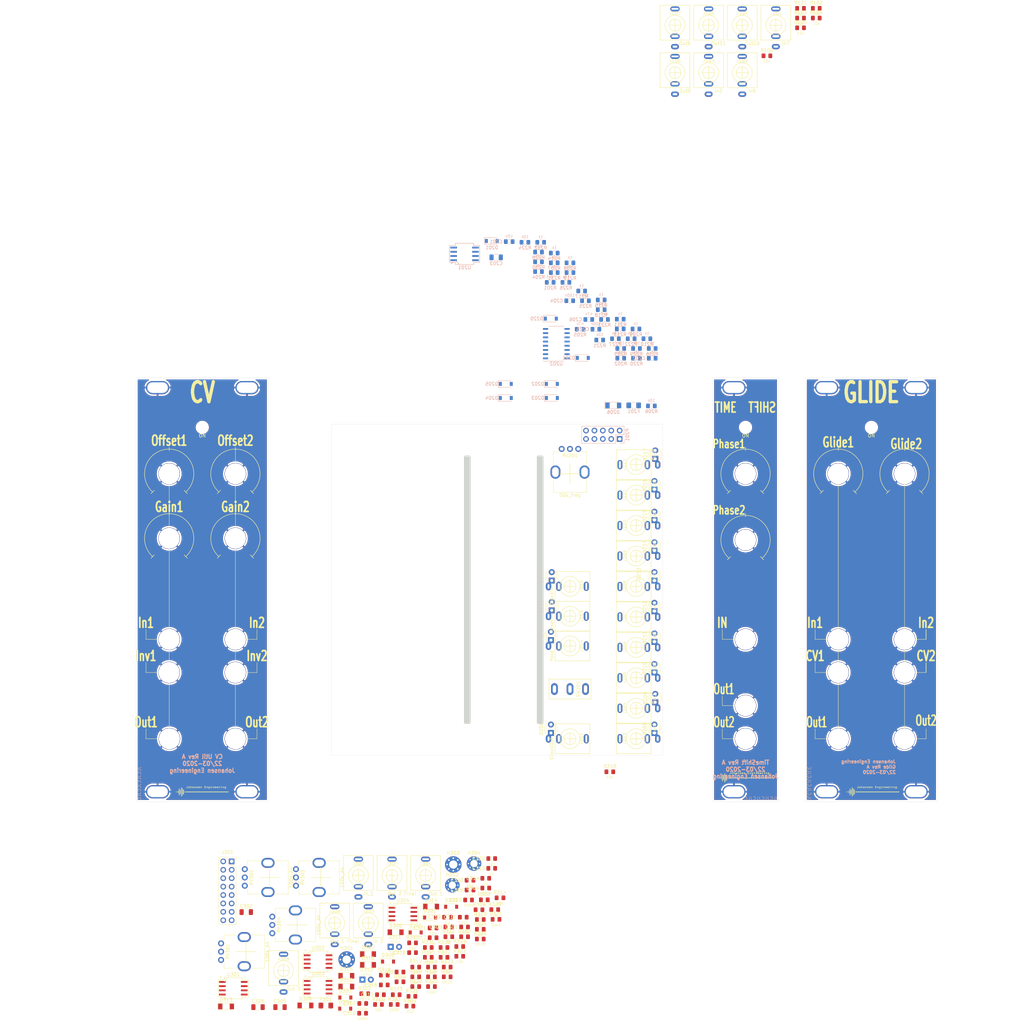
<source format=kicad_pcb>
(kicad_pcb (version 20171130) (host pcbnew "(5.1.5)-3")
  (layers (0 F.Cu signal) (31 B.Cu signal) (34 B.Paste user) (35 F.Paste user) (36 B.SilkS user) (37 F.SilkS user) (38 B.Mask user) (39 F.Mask user) (44 Edge.Cuts user))
  (net 0 "")
  (net 1 GND)
  (net 2 "Net-(J101-PadT)")
  (net 3 "Net-(J102-PadT)")
  (net 4 "Net-(J103-PadT)")
  (net 5 "Net-(D206-Pad2)")
  (net 6 "Net-(D207-Pad2)")
  (net 7 Out1)
  (net 8 Out2)
  (net 9 "Net-(R204-Pad1)")
  (net 10 "Net-(R316-Pad2)")
  (net 11 "Net-(C201-Pad2)")
  (net 12 GNDS)
  (net 13 "Net-(C202-Pad1)")
  (net 14 +12Vc)
  (net 15 Hold)
  (net 16 +5V)
  (net 17 +12V)
  (net 18 -12V)
  (net 19 "Net-(C313-Pad2)")
  (net 20 "Net-(C313-Pad1)")
  (net 21 "Net-(C314-Pad1)")
  (net 22 "Net-(C314-Pad2)")
  (net 23 "Net-(C315-Pad2)")
  (net 24 "Net-(C315-Pad1)")
  (net 25 "Net-(C316-Pad1)")
  (net 26 Out1_Dist)
  (net 27 Out2_Dist)
  (net 28 "Net-(C317-Pad1)")
  (net 29 "Net-(C318-Pad1)")
  (net 30 Out1_Final)
  (net 31 Out2_Final)
  (net 32 "Net-(C319-Pad1)")
  (net 33 "Net-(C320-Pad2)")
  (net 34 /KicadJE_Counts2/POT1_L)
  (net 35 "Net-(C321-Pad1)")
  (net 36 "Net-(C322-Pad1)")
  (net 37 ClockIn)
  (net 38 Reset)
  (net 39 "Net-(D208-Pad2)")
  (net 40 "Net-(D209-Pad2)")
  (net 41 "Net-(D210-Pad2)")
  (net 42 "Net-(D211-Pad2)")
  (net 43 "Net-(D212-Pad2)")
  (net 44 "Net-(D213-Pad2)")
  (net 45 "Net-(D214-Pad2)")
  (net 46 "Net-(D215-Pad2)")
  (net 47 "Net-(D216-Pad2)")
  (net 48 "Net-(D217-Pad2)")
  (net 49 "Net-(D218-Pad2)")
  (net 50 "Net-(D219-Pad2)")
  (net 51 "Net-(D221-Pad2)")
  (net 52 "Net-(D311-Pad2)")
  (net 53 "Net-(D312-Pad2)")
  (net 54 /KicadJE_Counts3/+12)
  (net 55 /KicadJE_Counts2/+5Vin)
  (net 56 ClockOut)
  (net 57 Out0)
  (net 58 Out3)
  (net 59 Out4)
  (net 60 Out5)
  (net 61 Out6)
  (net 62 Out7)
  (net 63 Out8)
  (net 64 Out9)
  (net 65 /KicadJE_Counts2/Gate)
  (net 66 /KicadJE_Counts2/CV)
  (net 67 "Net-(J303-PadTN)")
  (net 68 /KicadJE_Counts3/-12)
  (net 69 A7)
  (net 70 A6)
  (net 71 A3)
  (net 72 "Net-(R201-Pad1)")
  (net 73 OutCarry)
  (net 74 "Net-(R205-Pad2)")
  (net 75 "Net-(R206-Pad1)")
  (net 76 "Net-(R207-Pad1)")
  (net 77 "Net-(R208-Pad2)")
  (net 78 "Net-(R209-Pad2)")
  (net 79 "Net-(R210-Pad2)")
  (net 80 "Net-(R211-Pad2)")
  (net 81 "Net-(R212-Pad2)")
  (net 82 "Net-(R213-Pad2)")
  (net 83 "Net-(R214-Pad2)")
  (net 84 "Net-(R215-Pad2)")
  (net 85 "Net-(R216-Pad2)")
  (net 86 "Net-(R217-Pad2)")
  (net 87 In_1)
  (net 88 In_2)
  (net 89 "Net-(R308-Pad1)")
  (net 90 "Net-(R310-Pad1)")
  (net 91 /KicadJE_Counts2/POT3_C)
  (net 92 /KicadJE_Counts2/POT1_C)
  (net 93 /KicadJE_Counts2/POT2_L)
  (net 94 "Net-(R320-Pad1)")
  (net 95 "Net-(R321-Pad1)")
  (net 96 "Net-(R323-Pad1)")
  (net 97 /KicadJE_Counts2/POT4_L)
  (net 98 /KicadJE_Counts2/POT4_C)
  (net 99 "Net-(R328-Pad2)")
  (net 100 /KicadJE_Counts2/POT3_H)
  (net 101 /KicadJE_Counts2/POT4_H)
  (module AJ:Pot_6m3_scale1 (layer F.Cu) (at 21 84.5)
    (fp_text reference TP107 hide)
    (fp_text value OFF1)
    (pad 1 thru_hole circle (at 0 0) (size 6.5 6.5) (drill 6.3) (layers *.Cu *.Mask) (net 1 GND))
  )
  (module AJ:Pot_6m3_scale1 (layer F.Cu) (at 1 84.5)
    (fp_text reference TP112 hide)
    (fp_text value Fine)
    (pad 1 thru_hole circle (at 0 0) (size 6.5 6.5) (drill 6.3) (layers *.Cu *.Mask) (net 1 GND))
  )
  (module AJ:MountingHole_Eurorack3 (layer F.Cu) (at 226.5 39)
    (fp_text reference H104)
    (fp_text value MountingHole_Pad)
    (pad 1 thru_hole oval (at 0 0) (size 7 4) (drill oval 6.2 3.2) (layers *.Cu *.Mask) (net 1 GND))
  )
  (module AJ:Pot_6m3_scale1 (layer F.Cu) (at 223 65)
    (fp_text reference TP107 hide)
    (fp_text value OFF1)
    (pad 1 thru_hole circle (at 0 0) (size 6.5 6.5) (drill 6.3) (layers *.Cu *.Mask) (net 1 GND))
  )
  (module AJ:MountingHole_Eurorack3 (layer F.Cu) (at 199.5 39)
    (fp_text reference H102)
    (fp_text value MountingHole_Pad)
    (pad 1 thru_hole oval (at 0 0) (size 7 4) (drill oval 6.2 3.2) (layers *.Cu *.Mask) (net 1 GND))
  )
  (module AJ:MountingHole_Eurorack3 (layer B.Cu) (at 199.5 161)
    (fp_text reference H103)
    (fp_text value MountingHole_Pad)
    (pad 1 thru_hole oval (at 0 0) (size 7 4) (drill oval 6.2 3.2) (layers *.Cu *.Mask) (net 1 GND))
  )
  (module AJ:Jack_6m3 (layer F.Cu) (at 223 115)
    (fp_text reference TP107 hide)
    (fp_text value FM)
    (pad 1 thru_hole circle (at 0 0) (size 6.5 6.5) (drill 6.3) (layers *.Cu *.Mask) (net 1 GND))
  )
  (module AJ:LED_Hole_3mm (layer F.Cu) (at 213 51)
    (fp_text reference H101)
    (fp_text value ON (at 0 2.5) (layer F.SilkS))
    (pad "" np_thru_hole circle (at 0 0) (size 3 3) (drill 3) (layers *.Cu *.Mask))
  )
  (module AJ:MountingHole_Eurorack3 (layer B.Cu) (at 226.5 161)
    (fp_text reference H105)
    (fp_text value MountingHole_Pad)
    (pad 1 thru_hole oval (at 0 0) (size 7 4) (drill oval 6.2 3.2) (layers *.Cu *.Mask) (net 1 GND))
  )
  (module AJ:Jack_6m3 (layer F.Cu) (at 203 115)
    (fp_text reference TP102 hide)
    (fp_text value SQ)
    (pad 1 thru_hole circle (at 0 0) (size 6.5 6.5) (drill 6.3) (layers *.Cu *.Mask) (net 1 GND))
  )
  (module AJ:Jack_6m3 (layer F.Cu) (at 203.075001 145)
    (fp_text reference TP106 hide)
    (fp_text value HS)
    (pad 1 thru_hole circle (at 0 0) (size 6.5 6.5) (drill 6.3) (layers *.Cu *.Mask) (net 1 GND))
  )
  (module AJ:Jack_6m3 (layer F.Cu) (at 203 125)
    (fp_text reference TP108 hide)
    (fp_text value PWM)
    (pad 1 thru_hole circle (at 0 0) (size 6.5 6.5) (drill 6.3) (layers *.Cu *.Mask) (net 1 GND))
  )
  (module AJ:Pot_6m3_scale1 (layer F.Cu) (at 203 65)
    (fp_text reference TP112 hide)
    (fp_text value Fine)
    (pad 1 thru_hole circle (at 0 0) (size 6.5 6.5) (drill 6.3) (layers *.Cu *.Mask) (net 1 GND))
  )
  (module AJ:Jack_6m3 (layer F.Cu) (at 223 145)
    (fp_text reference TP105 hide)
    (fp_text value In3)
    (pad 1 thru_hole circle (at 0 0) (size 6.5 6.5) (drill 6.3) (layers *.Cu *.Mask) (net 1 GND))
  )
  (module AJ:Jack_6m3 (layer F.Cu) (at 223 125)
    (fp_text reference TP103 hide)
    (fp_text value In1)
    (pad 1 thru_hole circle (at 0 0) (size 6.5 6.5) (drill 6.3) (layers *.Cu *.Mask) (net 1 GND))
  )
  (module AJ:Johansen_engineering_logo_20mm (layer F.Cu) (at 175 156.75)
    (fp_text reference G*** hide)
    (fp_text value LOGO hide)
  )
  (module AJ:MountingHole_Eurorack3 (layer F.Cu) (at 171.5 39)
    (fp_text reference H102)
    (fp_text value MountingHole_Pad)
    (pad 1 thru_hole oval (at 0 0) (size 7 4) (drill oval 6.2 3.2) (layers *.Cu *.Mask) (net 1 GND))
  )
  (module AJ:MountingHole_Eurorack3 (layer B.Cu) (at 171.5 161)
    (fp_text reference H103)
    (fp_text value MountingHole_Pad)
    (pad 1 thru_hole oval (at 0 0) (size 7 4) (drill oval 6.2 3.2) (layers *.Cu *.Mask) (net 1 GND))
  )
  (module AJ:Johansen_engineering_logo_20mm (layer F.Cu) (at 213.5 161)
    (fp_text reference G*** hide)
    (fp_text value LOGO hide)
  )
  (module AJ:Johansen_engineering_logo_20mm (layer F.Cu) (at 11 161)
    (fp_text reference G*** hide)
    (fp_text value LOGO hide)
  )
  (module AJ:Jack_6m3 (layer F.Cu) (at 21 125)
    (fp_text reference TP103 hide)
    (fp_text value In1)
    (pad 1 thru_hole circle (at 0 0) (size 6.5 6.5) (drill 6.3) (layers *.Cu *.Mask) (net 1 GND))
  )
  (module AJ:Jack_6m3 (layer F.Cu) (at 21 145)
    (fp_text reference TP105 hide)
    (fp_text value In3)
    (pad 1 thru_hole circle (at 0 0) (size 6.5 6.5) (drill 6.3) (layers *.Cu *.Mask) (net 1 GND))
  )
  (module AJ:Jack_6m3 (layer F.Cu) (at 1.075001 145)
    (fp_text reference TP106 hide)
    (fp_text value HS)
    (pad 1 thru_hole circle (at 0 0) (size 6.5 6.5) (drill 6.3) (layers *.Cu *.Mask) (net 1 GND))
  )
  (module AJ:Jack_6m3 (layer F.Cu) (at 21 115)
    (fp_text reference TP107 hide)
    (fp_text value FM)
    (pad 1 thru_hole circle (at 0 0) (size 6.5 6.5) (drill 6.3) (layers *.Cu *.Mask) (net 1 GND))
  )
  (module AJ:Jack_6m3 (layer F.Cu) (at 1 125)
    (fp_text reference TP108 hide)
    (fp_text value PWM)
    (pad 1 thru_hole circle (at 0 0) (size 6.5 6.5) (drill 6.3) (layers *.Cu *.Mask) (net 1 GND))
  )
  (module AJ:Jack_6m3 (layer F.Cu) (at 1 115)
    (fp_text reference TP102 hide)
    (fp_text value SQ)
    (pad 1 thru_hole circle (at 0 0) (size 6.5 6.5) (drill 6.3) (layers *.Cu *.Mask) (net 1 GND))
  )
  (module AJ:Pot_6m3_scale1 (layer F.Cu) (at 1 65)
    (fp_text reference TP112 hide)
    (fp_text value Fine)
    (pad 1 thru_hole circle (at 0 0) (size 6.5 6.5) (drill 6.3) (layers *.Cu *.Mask) (net 1 GND))
  )
  (module AJ:Pot_6m3_scale1 (layer F.Cu) (at 21 65)
    (fp_text reference TP107 hide)
    (fp_text value OFF1)
    (pad 1 thru_hole circle (at 0 0) (size 6.5 6.5) (drill 6.3) (layers *.Cu *.Mask) (net 1 GND))
  )
  (module AJ:MountingHole_Eurorack3 (layer F.Cu) (at -2.5 39)
    (fp_text reference H102)
    (fp_text value MountingHole_Pad)
    (pad 1 thru_hole oval (at 0 0) (size 7 4) (drill oval 6.2 3.2) (layers *.Cu *.Mask) (net 1 GND))
  )
  (module AJ:MountingHole_Eurorack3 (layer B.Cu) (at -2.5 161)
    (fp_text reference H103)
    (fp_text value MountingHole_Pad)
    (pad 1 thru_hole oval (at 0 0) (size 7 4) (drill oval 6.2 3.2) (layers *.Cu *.Mask) (net 1 GND))
  )
  (module AJ:MountingHole_Eurorack3 (layer F.Cu) (at 24.5 39)
    (fp_text reference H104)
    (fp_text value MountingHole_Pad)
    (pad 1 thru_hole oval (at 0 0) (size 7 4) (drill oval 6.2 3.2) (layers *.Cu *.Mask) (net 1 GND))
  )
  (module AJ:MountingHole_Eurorack3 (layer B.Cu) (at 24.5 161)
    (fp_text reference H105)
    (fp_text value MountingHole_Pad)
    (pad 1 thru_hole oval (at 0 0) (size 7 4) (drill oval 6.2 3.2) (layers *.Cu *.Mask) (net 1 GND))
  )
  (module AJ:LED_Hole_3mm (layer F.Cu) (at 11 51)
    (fp_text reference H101)
    (fp_text value ON (at 0 2.5) (layer F.SilkS))
    (pad "" np_thru_hole circle (at 0 0) (size 3 3) (drill 3) (layers *.Cu *.Mask))
  )
  (module AJ:LED_Hole_3mm (layer F.Cu) (at 175 51)
    (fp_text reference H301)
    (fp_text value ON (at 0 2.5) (layer F.SilkS))
    (pad "" np_thru_hole circle (at 0 0) (size 3 3) (drill 3) (layers *.Cu *.Mask))
  )
  (module AJ:Jack_6m3 (layer F.Cu) (at 175 115)
    (fp_text reference TP301 hide)
    (fp_text value In1)
    (pad 1 thru_hole circle (at 0 0) (size 6.5 6.5) (drill 6.3) (layers *.Cu *.Mask) (net 1 GND))
  )
  (module AJ:Jack_6m3 (layer F.Cu) (at 175 135)
    (fp_text reference TP302 hide)
    (fp_text value Tri)
    (pad 1 thru_hole circle (at 0 0) (size 6.5 6.5) (drill 6.3) (layers *.Cu *.Mask) (net 1 GND))
  )
  (module AJ:Jack_6m3 (layer F.Cu) (at 175 145)
    (fp_text reference TP303 hide)
    (fp_text value SQ)
    (pad 1 thru_hole circle (at 0 0) (size 6.5 6.5) (drill 6.3) (layers *.Cu *.Mask) (net 1 GND))
  )
  (module AJ:Pot_6m3_scale1 (layer F.Cu) (at 175 65)
    (fp_text reference TP304 hide)
    (fp_text value PWM1)
    (pad 1 thru_hole circle (at 0 0) (size 6.5 6.5) (drill 6.3) (layers *.Cu *.Mask) (net 1 GND))
  )
  (module AJ:Pot_6m3_scale1 (layer F.Cu) (at 175 85)
    (fp_text reference TP305 hide)
    (fp_text value PWM2)
    (pad 1 thru_hole circle (at 0 0) (size 6.5 6.5) (drill 6.3) (layers *.Cu *.Mask) (net 1 GND))
  )
  (module AJ:C_0805_AJ (layer B.Cu) (at 127.675001 18.424999)
    (fp_text reference C206 (at -3.975 0) (layer B.SilkS) (effects (justify mirror)))
    (fp_text value 47n (at 0 -1.65) (layer B.SilkS) (effects (font (size 0.8 0.8) (thickness 0.1)) (justify mirror)))
    (pad 1 smd roundrect (at -1.025 0) (size 1.15 1.4) (layers B.Cu B.Paste B.Mask) (roundrect_rratio 0.217391) (net 15 Hold))
    (pad 2 smd roundrect (at 1.025 0) (size 1.15 1.4) (layers B.Cu B.Paste B.Mask) (roundrect_rratio 0.217391) (net 12 GNDS))
  )
  (module Diode_SMD:D_MiniMELF (layer B.Cu) (at 135.075001 44.374999)
    (fp_text reference D206 (at 0 2) (layer B.SilkS) (effects (justify mirror)))
    (fp_text value 1N4007)
    (pad 1 smd rect (at -1.75 0) (size 1.3 1.7) (layers B.Cu B.Paste B.Mask) (net 14 +12Vc))
    (pad 2 smd rect (at 1.75 0) (size 1.3 1.7) (layers B.Cu B.Paste B.Mask) (net 15 Hold))
  )
  (module LED_THT:LED_D3.0mm (layer F.Cu) (at 116.5 97.25 90)
    (fp_text reference D207 (at 1.27 -2.96 90) (layer F.SilkS))
    (fp_text value LED_Clk_In)
    (pad 2 thru_hole circle (at 2.54 0 90) (size 1.8 1.8) (drill 0.9) (layers *.Cu *.Mask) (net 6 "Net-(D207-Pad2)"))
    (pad 1 thru_hole rect (at 0 0 90) (size 1.8 1.8) (drill 0.9) (layers *.Cu *.Mask) (net 12 GNDS))
  )
  (module LED_THT:LED_D3.0mm (layer F.Cu) (at 147.5 143.25 90)
    (fp_text reference D208 (at 1.27 -2.96 90) (layer F.SilkS))
    (fp_text value LED_0)
    (pad 1 thru_hole rect (at 0 0 90) (size 1.8 1.8) (drill 0.9) (layers *.Cu *.Mask) (net 12 GNDS))
    (pad 2 thru_hole circle (at 2.54 0 90) (size 1.8 1.8) (drill 0.9) (layers *.Cu *.Mask) (net 39 "Net-(D208-Pad2)"))
  )
  (module LED_THT:LED_D3.0mm (layer F.Cu) (at 147.75 134 90)
    (fp_text reference D209 (at 1.27 -2.96 90) (layer F.SilkS))
    (fp_text value LED_1)
    (pad 1 thru_hole rect (at 0 0 90) (size 1.8 1.8) (drill 0.9) (layers *.Cu *.Mask) (net 12 GNDS))
    (pad 2 thru_hole circle (at 2.54 0 90) (size 1.8 1.8) (drill 0.9) (layers *.Cu *.Mask) (net 40 "Net-(D209-Pad2)"))
  )
  (module LED_THT:LED_D3.0mm (layer F.Cu) (at 147.5 125 90)
    (fp_text reference D210 (at 1.27 -2.96 90) (layer F.SilkS))
    (fp_text value LED_2)
    (pad 2 thru_hole circle (at 2.54 0 90) (size 1.8 1.8) (drill 0.9) (layers *.Cu *.Mask) (net 41 "Net-(D210-Pad2)"))
    (pad 1 thru_hole rect (at 0 0 90) (size 1.8 1.8) (drill 0.9) (layers *.Cu *.Mask) (net 12 GNDS))
  )
  (module LED_THT:LED_D3.0mm (layer F.Cu) (at 147.5 115.75 90)
    (fp_text reference D211 (at 1.27 -2.96 90) (layer F.SilkS))
    (fp_text value LED_3)
    (pad 2 thru_hole circle (at 2.54 0 90) (size 1.8 1.8) (drill 0.9) (layers *.Cu *.Mask) (net 42 "Net-(D211-Pad2)"))
    (pad 1 thru_hole rect (at 0 0 90) (size 1.8 1.8) (drill 0.9) (layers *.Cu *.Mask) (net 12 GNDS))
  )
  (module LED_THT:LED_D3.0mm (layer F.Cu) (at 147.5 106.5 90)
    (fp_text reference D212 (at 1.27 -2.96 90) (layer F.SilkS))
    (fp_text value LED_4)
    (pad 2 thru_hole circle (at 2.54 0 90) (size 1.8 1.8) (drill 0.9) (layers *.Cu *.Mask) (net 43 "Net-(D212-Pad2)"))
    (pad 1 thru_hole rect (at 0 0 90) (size 1.8 1.8) (drill 0.9) (layers *.Cu *.Mask) (net 12 GNDS))
  )
  (module LED_THT:LED_D3.0mm (layer F.Cu) (at 147.5 97.25 90)
    (fp_text reference D213 (at 2 -4.75 90) (layer F.SilkS))
    (fp_text value LED_5)
    (pad 2 thru_hole circle (at 2.54 0 90) (size 1.8 1.8) (drill 0.9) (layers *.Cu *.Mask) (net 44 "Net-(D213-Pad2)"))
    (pad 1 thru_hole rect (at 0 0 90) (size 1.8 1.8) (drill 0.9) (layers *.Cu *.Mask) (net 12 GNDS))
  )
  (module LED_THT:LED_D3.0mm (layer F.Cu) (at 147.5 88.25 90)
    (fp_text reference D214 (at 1.27 -2.96 90) (layer F.SilkS))
    (fp_text value LED_6)
    (pad 1 thru_hole rect (at 0 0 90) (size 1.8 1.8) (drill 0.9) (layers *.Cu *.Mask) (net 12 GNDS))
    (pad 2 thru_hole circle (at 2.54 0 90) (size 1.8 1.8) (drill 0.9) (layers *.Cu *.Mask) (net 45 "Net-(D214-Pad2)"))
  )
  (module LED_THT:LED_D3.0mm (layer F.Cu) (at 147.5 79 90)
    (fp_text reference D215 (at 1.27 -2.96 90) (layer F.SilkS))
    (fp_text value LED_7)
    (pad 1 thru_hole rect (at 0 0 90) (size 1.8 1.8) (drill 0.9) (layers *.Cu *.Mask) (net 12 GNDS))
    (pad 2 thru_hole circle (at 2.54 0 90) (size 1.8 1.8) (drill 0.9) (layers *.Cu *.Mask) (net 46 "Net-(D215-Pad2)"))
  )
  (module LED_THT:LED_D3.0mm (layer F.Cu) (at 147.5 69.75 90)
    (fp_text reference D216 (at 1.27 -2.96 90) (layer F.SilkS))
    (fp_text value LED_8)
    (pad 2 thru_hole circle (at 2.54 0 90) (size 1.8 1.8) (drill 0.9) (layers *.Cu *.Mask) (net 47 "Net-(D216-Pad2)"))
    (pad 1 thru_hole rect (at 0 0 90) (size 1.8 1.8) (drill 0.9) (layers *.Cu *.Mask) (net 12 GNDS))
  )
  (module LED_THT:LED_D3.0mm (layer F.Cu) (at 147.75 60.5 90)
    (fp_text reference D217 (at 1.27 -2.96 90) (layer F.SilkS))
    (fp_text value LED_9)
    (pad 1 thru_hole rect (at 0 0 90) (size 1.8 1.8) (drill 0.9) (layers *.Cu *.Mask) (net 12 GNDS))
    (pad 2 thru_hole circle (at 2.54 0 90) (size 1.8 1.8) (drill 0.9) (layers *.Cu *.Mask) (net 48 "Net-(D217-Pad2)"))
  )
  (module LED_THT:LED_D3.0mm (layer F.Cu) (at 116.5 106.25 90)
    (fp_text reference D218 (at 1.27 -2.96 90) (layer F.SilkS))
    (fp_text value LED_RST)
    (pad 2 thru_hole circle (at 2.54 0 90) (size 1.8 1.8) (drill 0.9) (layers *.Cu *.Mask) (net 49 "Net-(D218-Pad2)"))
    (pad 1 thru_hole rect (at 0 0 90) (size 1.8 1.8) (drill 0.9) (layers *.Cu *.Mask) (net 12 GNDS))
  )
  (module LED_THT:LED_D3.0mm (layer F.Cu) (at 116.25 115.25 90)
    (fp_text reference D219 (at 1.27 -2.96 90) (layer F.SilkS))
    (fp_text value LED_HLD)
    (pad 1 thru_hole rect (at 0 0 90) (size 1.8 1.8) (drill 0.9) (layers *.Cu *.Mask) (net 12 GNDS))
    (pad 2 thru_hole circle (at 2.54 0 90) (size 1.8 1.8) (drill 0.9) (layers *.Cu *.Mask) (net 50 "Net-(D219-Pad2)"))
  )
  (module LED_THT:LED_D3.0mm (layer F.Cu) (at 67.875001 207.825001)
    (fp_text reference D311 (at 1.27 -2.96) (layer F.SilkS))
    (fp_text value LED)
    (pad 1 thru_hole rect (at 0 0) (size 1.8 1.8) (drill 0.9) (layers *.Cu *.Mask) (net 1 GND))
    (pad 2 thru_hole circle (at 2.54 0) (size 1.8 1.8) (drill 0.9) (layers *.Cu *.Mask) (net 52 "Net-(D311-Pad2)"))
  )
  (module LED_THT:LED_D3.0mm (layer F.Cu) (at 59.335001 217.725001)
    (fp_text reference D312 (at 1.27 -2.96) (layer F.SilkS))
    (fp_text value LED)
    (pad 1 thru_hole rect (at 0 0) (size 1.8 1.8) (drill 0.9) (layers *.Cu *.Mask) (net 1 GND))
    (pad 2 thru_hole circle (at 2.54 0) (size 1.8 1.8) (drill 0.9) (layers *.Cu *.Mask) (net 53 "Net-(D312-Pad2)"))
  )
  (module Fuse:Fuse_1206_3216Metric_Pad1.42x1.75mm_HandSolder (layer B.Cu) (at 141.225001 44.354999)
    (fp_text reference F201 (at 0 1.82) (layer B.SilkS) (effects (justify mirror)))
    (fp_text value Polyfuse)
    (pad 1 smd roundrect (at -1.4875 0) (size 1.425 1.75) (layers B.Cu B.Paste B.Mask) (roundrect_rratio 0.175439) (net 54 /KicadJE_Counts3/+12))
    (pad 2 smd roundrect (at 1.4875 0) (size 1.425 1.75) (layers B.Cu B.Paste B.Mask) (roundrect_rratio 0.175439) (net 14 +12Vc))
  )
  (module Fuse:Fuse_1206_3216Metric_Pad1.42x1.75mm_HandSolder (layer F.Cu) (at 48.295001 225.545001)
    (fp_text reference F301 (at 0 -1.82) (layer F.SilkS))
    (fp_text value Polyfuse)
    (pad 2 smd roundrect (at 1.4875 0) (size 1.425 1.75) (layers F.Cu F.Paste F.Mask) (roundrect_rratio 0.175439) (net 16 +5V))
    (pad 1 smd roundrect (at -1.4875 0) (size 1.425 1.75) (layers F.Cu F.Paste F.Mask) (roundrect_rratio 0.175439) (net 55 /KicadJE_Counts2/+5Vin))
  )
  (module MountingHole:MountingHole_2.5mm_Pad_Via (layer F.Cu) (at 54.585001 211.675001)
    (fp_text reference H301 (at 0 -3.5) (layer F.SilkS))
    (fp_text value 2,5mm)
    (pad 1 thru_hole circle (at 0 0) (size 5 5) (drill 2.5) (layers *.Cu *.Mask))
    (pad 1 thru_hole circle (at 1.875 0) (size 0.8 0.8) (drill 0.5) (layers *.Cu *.Mask))
    (pad 1 thru_hole circle (at 1.325825 1.325825) (size 0.8 0.8) (drill 0.5) (layers *.Cu *.Mask))
    (pad 1 thru_hole circle (at 0 1.875) (size 0.8 0.8) (drill 0.5) (layers *.Cu *.Mask))
    (pad 1 thru_hole circle (at -1.325825 1.325825) (size 0.8 0.8) (drill 0.5) (layers *.Cu *.Mask))
    (pad 1 thru_hole circle (at -1.875 0) (size 0.8 0.8) (drill 0.5) (layers *.Cu *.Mask))
    (pad 1 thru_hole circle (at -1.325825 -1.325825) (size 0.8 0.8) (drill 0.5) (layers *.Cu *.Mask))
    (pad 1 thru_hole circle (at 0 -1.875) (size 0.8 0.8) (drill 0.5) (layers *.Cu *.Mask))
    (pad 1 thru_hole circle (at 1.325825 -1.325825) (size 0.8 0.8) (drill 0.5) (layers *.Cu *.Mask))
  )
  (module MountingHole:MountingHole_2.2mm_M2_Pad_Via (layer F.Cu) (at 86.475001 189.225001)
    (fp_text reference H302 (at 0 -3.2) (layer F.SilkS))
    (fp_text value 2,2mm)
    (pad 1 thru_hole circle (at 1.166726 -1.166726) (size 0.7 0.7) (drill 0.4) (layers *.Cu *.Mask))
    (pad 1 thru_hole circle (at 0 -1.65) (size 0.7 0.7) (drill 0.4) (layers *.Cu *.Mask))
    (pad 1 thru_hole circle (at -1.166726 -1.166726) (size 0.7 0.7) (drill 0.4) (layers *.Cu *.Mask))
    (pad 1 thru_hole circle (at -1.65 0) (size 0.7 0.7) (drill 0.4) (layers *.Cu *.Mask))
    (pad 1 thru_hole circle (at -1.166726 1.166726) (size 0.7 0.7) (drill 0.4) (layers *.Cu *.Mask))
    (pad 1 thru_hole circle (at 0 1.65) (size 0.7 0.7) (drill 0.4) (layers *.Cu *.Mask))
    (pad 1 thru_hole circle (at 1.166726 1.166726) (size 0.7 0.7) (drill 0.4) (layers *.Cu *.Mask))
    (pad 1 thru_hole circle (at 1.65 0) (size 0.7 0.7) (drill 0.4) (layers *.Cu *.Mask))
    (pad 1 thru_hole circle (at 0 0) (size 4.4 4.4) (drill 2.2) (layers *.Cu *.Mask))
  )
  (module MountingHole:MountingHole_2.5mm_Pad_Via (layer F.Cu) (at 86.775001 182.975001)
    (fp_text reference H303 (at 0 -3.5) (layer F.SilkS))
    (fp_text value 2,5mm)
    (pad 1 thru_hole circle (at 1.325825 -1.325825) (size 0.8 0.8) (drill 0.5) (layers *.Cu *.Mask))
    (pad 1 thru_hole circle (at 0 -1.875) (size 0.8 0.8) (drill 0.5) (layers *.Cu *.Mask))
    (pad 1 thru_hole circle (at -1.325825 -1.325825) (size 0.8 0.8) (drill 0.5) (layers *.Cu *.Mask))
    (pad 1 thru_hole circle (at -1.875 0) (size 0.8 0.8) (drill 0.5) (layers *.Cu *.Mask))
    (pad 1 thru_hole circle (at -1.325825 1.325825) (size 0.8 0.8) (drill 0.5) (layers *.Cu *.Mask))
    (pad 1 thru_hole circle (at 0 1.875) (size 0.8 0.8) (drill 0.5) (layers *.Cu *.Mask))
    (pad 1 thru_hole circle (at 1.325825 1.325825) (size 0.8 0.8) (drill 0.5) (layers *.Cu *.Mask))
    (pad 1 thru_hole circle (at 1.875 0) (size 0.8 0.8) (drill 0.5) (layers *.Cu *.Mask))
    (pad 1 thru_hole circle (at 0 0) (size 5 5) (drill 2.5) (layers *.Cu *.Mask))
  )
  (module MountingHole:MountingHole_2.2mm_M2_Pad_Via (layer F.Cu) (at 93.025001 182.675001)
    (fp_text reference H304 (at 0 -3.2) (layer F.SilkS))
    (fp_text value 2,2mm)
    (pad 1 thru_hole circle (at 0 0) (size 4.4 4.4) (drill 2.2) (layers *.Cu *.Mask))
    (pad 1 thru_hole circle (at 1.65 0) (size 0.7 0.7) (drill 0.4) (layers *.Cu *.Mask))
    (pad 1 thru_hole circle (at 1.166726 1.166726) (size 0.7 0.7) (drill 0.4) (layers *.Cu *.Mask))
    (pad 1 thru_hole circle (at 0 1.65) (size 0.7 0.7) (drill 0.4) (layers *.Cu *.Mask))
    (pad 1 thru_hole circle (at -1.166726 1.166726) (size 0.7 0.7) (drill 0.4) (layers *.Cu *.Mask))
    (pad 1 thru_hole circle (at -1.65 0) (size 0.7 0.7) (drill 0.4) (layers *.Cu *.Mask))
    (pad 1 thru_hole circle (at -1.166726 -1.166726) (size 0.7 0.7) (drill 0.4) (layers *.Cu *.Mask))
    (pad 1 thru_hole circle (at 0 -1.65) (size 0.7 0.7) (drill 0.4) (layers *.Cu *.Mask))
    (pad 1 thru_hole circle (at 1.166726 -1.166726) (size 0.7 0.7) (drill 0.4) (layers *.Cu *.Mask))
  )
  (module AJ-Dropbox-Kicad:PJ301SM (layer F.Cu) (at 184.155001 -70.424999)
    (fp_text reference J101 (at 0 -3.5) (layer F.SilkS) (effects (font (size 0.75 1) (thickness 0.125))))
    (fp_text value In7 (at 3 5.5) (layer F.SilkS))
    (pad T thru_hole oval (at 0 -4.92) (size 2.8 1.5) (drill oval 2.1 0.5) (layers *.Cu *.Mask) (net 2 "Net-(J101-PadT)"))
    (pad S thru_hole oval (at 0 6.48) (size 2.4 1.6) (drill oval 1.4 0.6) (layers *.Cu *.Mask) (net 1 GND))
    (pad TN thru_hole oval (at 0 3.38) (size 2.8 1.6) (drill oval 2 0.6) (layers *.Cu *.Mask))
  )
  (module AJ-Dropbox-Kicad:PJ301SM (layer F.Cu) (at 174.005001 -56.074999)
    (fp_text reference J102 (at 0 -3.5) (layer F.SilkS) (effects (font (size 0.75 1) (thickness 0.125))))
    (fp_text value In6 (at 3 5.5) (layer F.SilkS))
    (pad TN thru_hole oval (at 0 3.38) (size 2.8 1.6) (drill oval 2 0.6) (layers *.Cu *.Mask))
    (pad S thru_hole oval (at 0 6.48) (size 2.4 1.6) (drill oval 1.4 0.6) (layers *.Cu *.Mask) (net 1 GND))
    (pad T thru_hole oval (at 0 -4.92) (size 2.8 1.5) (drill oval 2.1 0.5) (layers *.Cu *.Mask) (net 3 "Net-(J102-PadT)"))
  )
  (module AJ-Dropbox-Kicad:PJ301SM (layer F.Cu) (at 163.855001 -56.074999)
    (fp_text reference J103 (at 0 -3.5) (layer F.SilkS) (effects (font (size 0.75 1) (thickness 0.125))))
    (fp_text value In3 (at 3 5.5) (layer F.SilkS))
    (pad TN thru_hole oval (at 0 3.38) (size 2.8 1.6) (drill oval 2 0.6) (layers *.Cu *.Mask))
    (pad S thru_hole oval (at 0 6.48) (size 2.4 1.6) (drill oval 1.4 0.6) (layers *.Cu *.Mask) (net 1 GND))
    (pad T thru_hole oval (at 0 -4.92) (size 2.8 1.5) (drill oval 2.1 0.5) (layers *.Cu *.Mask) (net 4 "Net-(J103-PadT)"))
  )
  (module AJ-Dropbox-Kicad:PJ301SM (layer F.Cu) (at 174.005001 -70.424999)
    (fp_text reference J104 (at 0 -3.5) (layer F.SilkS) (effects (font (size 0.75 1) (thickness 0.125))))
    (fp_text value Out10 (at 3 5.5) (layer F.SilkS))
    (pad T thru_hole oval (at 0 -4.92) (size 2.8 1.5) (drill oval 2.1 0.5) (layers *.Cu *.Mask))
    (pad S thru_hole oval (at 0 6.48) (size 2.4 1.6) (drill oval 1.4 0.6) (layers *.Cu *.Mask) (net 1 GND))
    (pad TN thru_hole oval (at 0 3.38) (size 2.8 1.6) (drill oval 2 0.6) (layers *.Cu *.Mask))
  )
  (module AJ-Dropbox-Kicad:PJ301SM (layer F.Cu) (at 163.855001 -70.424999)
    (fp_text reference J105 (at 0 -3.5) (layer F.SilkS) (effects (font (size 0.75 1) (thickness 0.125))))
    (fp_text value Out11 (at 3 5.5) (layer F.SilkS))
    (pad T thru_hole oval (at 0 -4.92) (size 2.8 1.5) (drill oval 2.1 0.5) (layers *.Cu *.Mask))
    (pad S thru_hole oval (at 0 6.48) (size 2.4 1.6) (drill oval 1.4 0.6) (layers *.Cu *.Mask) (net 1 GND))
    (pad TN thru_hole oval (at 0 3.38) (size 2.8 1.6) (drill oval 2 0.6) (layers *.Cu *.Mask))
  )
  (module AJ-Dropbox-Kicad:PJ301SM (layer F.Cu) (at 153.705001 -56.074999)
    (fp_text reference J106 (at 0 -3.5) (layer F.SilkS) (effects (font (size 0.75 1) (thickness 0.125))))
    (fp_text value Out9 (at 3 5.5) (layer F.SilkS))
    (pad TN thru_hole oval (at 0 3.38) (size 2.8 1.6) (drill oval 2 0.6) (layers *.Cu *.Mask))
    (pad S thru_hole oval (at 0 6.48) (size 2.4 1.6) (drill oval 1.4 0.6) (layers *.Cu *.Mask) (net 1 GND))
    (pad T thru_hole oval (at 0 -4.92) (size 2.8 1.5) (drill oval 2.1 0.5) (layers *.Cu *.Mask))
  )
  (module AJ-Dropbox-Kicad:PJ301SM (layer F.Cu) (at 153.705001 -70.424999)
    (fp_text reference J107 (at 0 -3.5) (layer F.SilkS) (effects (font (size 0.75 1) (thickness 0.125))))
    (fp_text value Out6 (at 3 5.5) (layer F.SilkS))
    (pad T thru_hole oval (at 0 -4.92) (size 2.8 1.5) (drill oval 2.1 0.5) (layers *.Cu *.Mask))
    (pad S thru_hole oval (at 0 6.48) (size 2.4 1.6) (drill oval 1.4 0.6) (layers *.Cu *.Mask) (net 1 GND))
    (pad TN thru_hole oval (at 0 3.38) (size 2.8 1.6) (drill oval 2 0.6) (layers *.Cu *.Mask))
  )
  (module AJ-Dropbox-Kicad:PJ301SM (layer F.Cu) (at 122 145 270)
    (fp_text reference J201 (at 0 -3.5 90) (layer F.SilkS) (effects (font (size 0.75 1) (thickness 0.125))))
    (fp_text value ClockOut (at 3 5.5 90) (layer F.SilkS))
    (pad T thru_hole oval (at 0 -4.92 270) (size 2.8 1.5) (drill oval 2.1 0.5) (layers *.Cu *.Mask) (net 56 ClockOut))
    (pad S thru_hole oval (at 0 6.48 270) (size 2.4 1.6) (drill oval 1.4 0.6) (layers *.Cu *.Mask) (net 12 GNDS))
    (pad TN thru_hole oval (at 0 3.38 270) (size 2.8 1.6) (drill oval 2 0.6) (layers *.Cu *.Mask))
  )
  (module AJ-Dropbox-Kicad:PJ301SM (layer F.Cu) (at 122 99 270)
    (fp_text reference J202 (at 0 -3.5 90) (layer F.SilkS) (effects (font (size 0.75 1) (thickness 0.125))))
    (fp_text value ClockIn (at 3 5.5 90) (layer F.SilkS))
    (pad TN thru_hole oval (at 0 3.38 270) (size 2.8 1.6) (drill oval 2 0.6) (layers *.Cu *.Mask) (net 56 ClockOut))
    (pad S thru_hole oval (at 0 6.48 270) (size 2.4 1.6) (drill oval 1.4 0.6) (layers *.Cu *.Mask) (net 12 GNDS))
    (pad T thru_hole oval (at 0 -4.92 270) (size 2.8 1.5) (drill oval 2.1 0.5) (layers *.Cu *.Mask) (net 37 ClockIn))
  )
  (module AJ-Dropbox-Kicad:PJ301SM (layer F.Cu) (at 142 145 90)
    (fp_text reference J203 (at 0 -3.5 90) (layer F.SilkS) (effects (font (size 0.75 1) (thickness 0.125))))
    (fp_text value Out0 (at 3 5.5 90) (layer F.SilkS))
    (pad T thru_hole oval (at 0 -4.92 90) (size 2.8 1.5) (drill oval 2.1 0.5) (layers *.Cu *.Mask) (net 57 Out0))
    (pad S thru_hole oval (at 0 6.48 90) (size 2.4 1.6) (drill oval 1.4 0.6) (layers *.Cu *.Mask) (net 12 GNDS))
    (pad TN thru_hole oval (at 0 3.38 90) (size 2.8 1.6) (drill oval 2 0.6) (layers *.Cu *.Mask))
  )
  (module AJ-Dropbox-Kicad:PJ301SM (layer F.Cu) (at 142 135.805552 90)
    (fp_text reference J204 (at 0 -3.5 90) (layer F.SilkS) (effects (font (size 0.75 1) (thickness 0.125))))
    (fp_text value Out1 (at 3 5.5 90) (layer F.SilkS))
    (pad TN thru_hole oval (at 0 3.38 90) (size 2.8 1.6) (drill oval 2 0.6) (layers *.Cu *.Mask))
    (pad S thru_hole oval (at 0 6.48 90) (size 2.4 1.6) (drill oval 1.4 0.6) (layers *.Cu *.Mask) (net 12 GNDS))
    (pad T thru_hole oval (at 0 -4.92 90) (size 2.8 1.5) (drill oval 2.1 0.5) (layers *.Cu *.Mask) (net 7 Out1))
  )
  (module AJ-Dropbox-Kicad:PJ301SM (layer F.Cu) (at 142 126.611108 90)
    (fp_text reference J205 (at 0 -3.5 90) (layer F.SilkS) (effects (font (size 0.75 1) (thickness 0.125))))
    (fp_text value Out2 (at 3 5.5 90) (layer F.SilkS))
    (pad T thru_hole oval (at 0 -4.92 90) (size 2.8 1.5) (drill oval 2.1 0.5) (layers *.Cu *.Mask) (net 8 Out2))
    (pad S thru_hole oval (at 0 6.48 90) (size 2.4 1.6) (drill oval 1.4 0.6) (layers *.Cu *.Mask) (net 12 GNDS))
    (pad TN thru_hole oval (at 0 3.38 90) (size 2.8 1.6) (drill oval 2 0.6) (layers *.Cu *.Mask))
  )
  (module AJ-Dropbox-Kicad:PJ301SM (layer F.Cu) (at 142 117.416664 90)
    (fp_text reference J206 (at 0 -3.5 90) (layer F.SilkS) (effects (font (size 0.75 1) (thickness 0.125))))
    (fp_text value Out3 (at 3 5.5 90) (layer F.SilkS))
    (pad TN thru_hole oval (at 0 3.38 90) (size 2.8 1.6) (drill oval 2 0.6) (layers *.Cu *.Mask))
    (pad S thru_hole oval (at 0 6.48 90) (size 2.4 1.6) (drill oval 1.4 0.6) (layers *.Cu *.Mask) (net 12 GNDS))
    (pad T thru_hole oval (at 0 -4.92 90) (size 2.8 1.5) (drill oval 2.1 0.5) (layers *.Cu *.Mask) (net 58 Out3))
  )
  (module AJ-Dropbox-Kicad:PJ301SM (layer F.Cu) (at 142 108.22222 90)
    (fp_text reference J207 (at 0 -3.5 90) (layer F.SilkS) (effects (font (size 0.75 1) (thickness 0.125))))
    (fp_text value Out4 (at 3 5.5 90) (layer F.SilkS))
    (pad T thru_hole oval (at 0 -4.92 90) (size 2.8 1.5) (drill oval 2.1 0.5) (layers *.Cu *.Mask) (net 59 Out4))
    (pad S thru_hole oval (at 0 6.48 90) (size 2.4 1.6) (drill oval 1.4 0.6) (layers *.Cu *.Mask) (net 12 GNDS))
    (pad TN thru_hole oval (at 0 3.38 90) (size 2.8 1.6) (drill oval 2 0.6) (layers *.Cu *.Mask))
  )
  (module AJ-Dropbox-Kicad:PJ301SM (layer F.Cu) (at 142 99.027776 90)
    (fp_text reference J208 (at 0 -3.5 90) (layer F.SilkS) (effects (font (size 0.75 1) (thickness 0.125))))
    (fp_text value Out5 (at 3 5.5 90) (layer F.SilkS))
    (pad TN thru_hole oval (at 0 3.38 90) (size 2.8 1.6) (drill oval 2 0.6) (layers *.Cu *.Mask))
    (pad S thru_hole oval (at 0 6.48 90) (size 2.4 1.6) (drill oval 1.4 0.6) (layers *.Cu *.Mask) (net 12 GNDS))
    (pad T thru_hole oval (at 0 -4.92 90) (size 2.8 1.5) (drill oval 2.1 0.5) (layers *.Cu *.Mask) (net 60 Out5))
  )
  (module AJ-Dropbox-Kicad:PJ301SM (layer F.Cu) (at 142 89.833332 90)
    (fp_text reference J209 (at 0 -3.5 90) (layer F.SilkS) (effects (font (size 0.75 1) (thickness 0.125))))
    (fp_text value Out6 (at 3 5.5 90) (layer F.SilkS))
    (pad TN thru_hole oval (at 0 3.38 90) (size 2.8 1.6) (drill oval 2 0.6) (layers *.Cu *.Mask))
    (pad S thru_hole oval (at 0 6.48 90) (size 2.4 1.6) (drill oval 1.4 0.6) (layers *.Cu *.Mask) (net 12 GNDS))
    (pad T thru_hole oval (at 0 -4.92 90) (size 2.8 1.5) (drill oval 2.1 0.5) (layers *.Cu *.Mask) (net 61 Out6))
  )
  (module AJ-Dropbox-Kicad:PJ301SM (layer F.Cu) (at 142 80.638888 90)
    (fp_text reference J210 (at 0 -3.5 90) (layer F.SilkS) (effects (font (size 0.75 1) (thickness 0.125))))
    (fp_text value Out7 (at 3 5.5 90) (layer F.SilkS))
    (pad T thru_hole oval (at 0 -4.92 90) (size 2.8 1.5) (drill oval 2.1 0.5) (layers *.Cu *.Mask) (net 62 Out7))
    (pad S thru_hole oval (at 0 6.48 90) (size 2.4 1.6) (drill oval 1.4 0.6) (layers *.Cu *.Mask) (net 12 GNDS))
    (pad TN thru_hole oval (at 0 3.38 90) (size 2.8 1.6) (drill oval 2 0.6) (layers *.Cu *.Mask))
  )
  (module AJ-Dropbox-Kicad:PJ301SM (layer F.Cu) (at 142 71.444444 90)
    (fp_text reference J211 (at 0 -3.5 90) (layer F.SilkS) (effects (font (size 0.75 1) (thickness 0.125))))
    (fp_text value Out8 (at 3 5.5 90) (layer F.SilkS))
    (pad T thru_hole oval (at 0 -4.92 90) (size 2.8 1.5) (drill oval 2.1 0.5) (layers *.Cu *.Mask) (net 63 Out8))
    (pad S thru_hole oval (at 0 6.48 90) (size 2.4 1.6) (drill oval 1.4 0.6) (layers *.Cu *.Mask) (net 12 GNDS))
    (pad TN thru_hole oval (at 0 3.38 90) (size 2.8 1.6) (drill oval 2 0.6) (layers *.Cu *.Mask))
  )
  (module AJ-Dropbox-Kicad:PJ301SM (layer F.Cu) (at 142 62.25 90)
    (fp_text reference J212 (at 0 -3.5 90) (layer F.SilkS) (effects (font (size 0.75 1) (thickness 0.125))))
    (fp_text value Out9 (at 3 5.5 90) (layer F.SilkS))
    (pad TN thru_hole oval (at 0 3.38 90) (size 2.8 1.6) (drill oval 2 0.6) (layers *.Cu *.Mask))
    (pad S thru_hole oval (at 0 6.48 90) (size 2.4 1.6) (drill oval 1.4 0.6) (layers *.Cu *.Mask) (net 12 GNDS))
    (pad T thru_hole oval (at 0 -4.92 90) (size 2.8 1.5) (drill oval 2.1 0.5) (layers *.Cu *.Mask) (net 64 Out9))
  )
  (module AJ-Dropbox-Kicad:PJ301SM (layer F.Cu) (at 122 108 270)
    (fp_text reference J213 (at 0 -3.5 90) (layer F.SilkS) (effects (font (size 0.75 1) (thickness 0.125))))
    (fp_text value Reset (at 3 5.5 90) (layer F.SilkS))
    (pad T thru_hole oval (at 0 -4.92 270) (size 2.8 1.5) (drill oval 2.1 0.5) (layers *.Cu *.Mask) (net 38 Reset))
    (pad S thru_hole oval (at 0 6.48 270) (size 2.4 1.6) (drill oval 1.4 0.6) (layers *.Cu *.Mask) (net 12 GNDS))
    (pad TN thru_hole oval (at 0 3.38 270) (size 2.8 1.6) (drill oval 2 0.6) (layers *.Cu *.Mask))
  )
  (module Connector_PinSocket_2.54mm:PinSocket_2x08_P2.54mm_Vertical (layer F.Cu) (at 19.865001 182.025001)
    (fp_text reference J301 (at -1.27 -2.77) (layer F.SilkS))
    (fp_text value "Doepfer connector")
    (pad 1 thru_hole rect (at 0 0) (size 1.7 1.7) (drill 1) (layers *.Cu *.Mask) (net 65 /KicadJE_Counts2/Gate))
    (pad 2 thru_hole oval (at -2.54 0) (size 1.7 1.7) (drill 1) (layers *.Cu *.Mask) (net 65 /KicadJE_Counts2/Gate))
    (pad 3 thru_hole oval (at 0 2.54) (size 1.7 1.7) (drill 1) (layers *.Cu *.Mask) (net 66 /KicadJE_Counts2/CV))
    (pad 4 thru_hole oval (at -2.54 2.54) (size 1.7 1.7) (drill 1) (layers *.Cu *.Mask) (net 66 /KicadJE_Counts2/CV))
    (pad 5 thru_hole oval (at 0 5.08) (size 1.7 1.7) (drill 1) (layers *.Cu *.Mask) (net 55 /KicadJE_Counts2/+5Vin))
    (pad 6 thru_hole oval (at -2.54 5.08) (size 1.7 1.7) (drill 1) (layers *.Cu *.Mask) (net 55 /KicadJE_Counts2/+5Vin))
    (pad 7 thru_hole oval (at 0 7.62) (size 1.7 1.7) (drill 1) (layers *.Cu *.Mask) (net 17 +12V))
    (pad 8 thru_hole oval (at -2.54 7.62) (size 1.7 1.7) (drill 1) (layers *.Cu *.Mask) (net 17 +12V))
    (pad 9 thru_hole oval (at 0 10.16) (size 1.7 1.7) (drill 1) (layers *.Cu *.Mask) (net 1 GND))
    (pad 10 thru_hole oval (at -2.54 10.16) (size 1.7 1.7) (drill 1) (layers *.Cu *.Mask) (net 1 GND))
    (pad 11 thru_hole oval (at 0 12.7) (size 1.7 1.7) (drill 1) (layers *.Cu *.Mask) (net 1 GND))
    (pad 12 thru_hole oval (at -2.54 12.7) (size 1.7 1.7) (drill 1) (layers *.Cu *.Mask) (net 1 GND))
    (pad 13 thru_hole oval (at 0 15.24) (size 1.7 1.7) (drill 1) (layers *.Cu *.Mask) (net 1 GND))
    (pad 14 thru_hole oval (at -2.54 15.24) (size 1.7 1.7) (drill 1) (layers *.Cu *.Mask) (net 1 GND))
    (pad 15 thru_hole oval (at 0 17.78) (size 1.7 1.7) (drill 1) (layers *.Cu *.Mask) (net 18 -12V))
    (pad 16 thru_hole oval (at -2.54 17.78) (size 1.7 1.7) (drill 1) (layers *.Cu *.Mask) (net 18 -12V))
  )
  (module AJ-Dropbox-Kicad:PJ301SM (layer F.Cu) (at 58.125001 186.275001)
    (fp_text reference J302 (at 0 -3.5) (layer F.SilkS) (effects (font (size 0.75 1) (thickness 0.125))))
    (fp_text value In_1 (at 3 5.5) (layer F.SilkS))
    (pad TN thru_hole oval (at 0 3.38) (size 2.8 1.6) (drill oval 2 0.6) (layers *.Cu *.Mask) (net 21 "Net-(C314-Pad1)"))
    (pad S thru_hole oval (at 0 6.48) (size 2.4 1.6) (drill oval 1.4 0.6) (layers *.Cu *.Mask) (net 1 GND))
    (pad T thru_hole oval (at 0 -4.92) (size 2.8 1.5) (drill oval 2.1 0.5) (layers *.Cu *.Mask) (net 20 "Net-(C313-Pad1)"))
  )
  (module AJ-Dropbox-Kicad:PJ301SM (layer F.Cu) (at 61.125001 200.625001)
    (fp_text reference J303 (at 0 -3.5) (layer F.SilkS) (effects (font (size 0.75 1) (thickness 0.125))))
    (fp_text value "In 2" (at 3 5.5) (layer F.SilkS))
    (pad T thru_hole oval (at 0 -4.92) (size 2.8 1.5) (drill oval 2.1 0.5) (layers *.Cu *.Mask) (net 21 "Net-(C314-Pad1)"))
    (pad S thru_hole oval (at 0 6.48) (size 2.4 1.6) (drill oval 1.4 0.6) (layers *.Cu *.Mask) (net 1 GND))
    (pad TN thru_hole oval (at 0 3.38) (size 2.8 1.6) (drill oval 2 0.6) (layers *.Cu *.Mask) (net 67 "Net-(J303-PadTN)"))
  )
  (module AJ-Dropbox-Kicad:PJ301SM (layer F.Cu) (at 78.425001 186.275001)
    (fp_text reference J304 (at 0 -3.5) (layer F.SilkS) (effects (font (size 0.75 1) (thickness 0.125))))
    (fp_text value "Out 1" (at 3 5.5) (layer F.SilkS))
    (pad TN thru_hole oval (at 0 3.38) (size 2.8 1.6) (drill oval 2 0.6) (layers *.Cu *.Mask))
    (pad S thru_hole oval (at 0 6.48) (size 2.4 1.6) (drill oval 1.4 0.6) (layers *.Cu *.Mask) (net 1 GND))
    (pad T thru_hole oval (at 0 -4.92) (size 2.8 1.5) (drill oval 2.1 0.5) (layers *.Cu *.Mask) (net 25 "Net-(C316-Pad1)"))
  )
  (module AJ-Dropbox-Kicad:PJ301SM (layer F.Cu) (at 35.525001 214.975001)
    (fp_text reference J305 (at 0 -3.5) (layer F.SilkS) (effects (font (size 0.75 1) (thickness 0.125))))
    (fp_text value "Out 2" (at 3 5.5) (layer F.SilkS))
    (pad T thru_hole oval (at 0 -4.92) (size 2.8 1.5) (drill oval 2.1 0.5) (layers *.Cu *.Mask) (net 28 "Net-(C317-Pad1)"))
    (pad S thru_hole oval (at 0 6.48) (size 2.4 1.6) (drill oval 1.4 0.6) (layers *.Cu *.Mask) (net 1 GND))
    (pad TN thru_hole oval (at 0 3.38) (size 2.8 1.6) (drill oval 2 0.6) (layers *.Cu *.Mask))
  )
  (module AJ-Dropbox-Kicad:PJ301SM (layer F.Cu) (at 50.975001 200.625001)
    (fp_text reference J306 (at 0 -3.5) (layer F.SilkS) (effects (font (size 0.75 1) (thickness 0.125))))
    (fp_text value "Out 1 Final" (at 3 5.5) (layer F.SilkS))
    (pad TN thru_hole oval (at 0 3.38) (size 2.8 1.6) (drill oval 2 0.6) (layers *.Cu *.Mask))
    (pad S thru_hole oval (at 0 6.48) (size 2.4 1.6) (drill oval 1.4 0.6) (layers *.Cu *.Mask) (net 1 GND))
    (pad T thru_hole oval (at 0 -4.92) (size 2.8 1.5) (drill oval 2.1 0.5) (layers *.Cu *.Mask) (net 29 "Net-(C318-Pad1)"))
  )
  (module AJ-Dropbox-Kicad:PJ301SM (layer F.Cu) (at 68.275001 186.275001)
    (fp_text reference J307 (at 0 -3.5) (layer F.SilkS) (effects (font (size 0.75 1) (thickness 0.125))))
    (fp_text value "Out 2 Final" (at 3 5.5) (layer F.SilkS))
    (pad TN thru_hole oval (at 0 3.38) (size 2.8 1.6) (drill oval 2 0.6) (layers *.Cu *.Mask))
    (pad S thru_hole oval (at 0 6.48) (size 2.4 1.6) (drill oval 1.4 0.6) (layers *.Cu *.Mask) (net 1 GND))
    (pad T thru_hole oval (at 0 -4.92) (size 2.8 1.5) (drill oval 2.1 0.5) (layers *.Cu *.Mask) (net 32 "Net-(C319-Pad1)"))
  )
  (module Connector_PinHeader_2.54mm:PinHeader_2x05_P2.54mm_Vertical (layer B.Cu) (at 137 54.5 90)
    (fp_text reference P201 (at 1.27 2.33 270) (layer B.SilkS) (effects (justify mirror)))
    (fp_text value HEADER_2x5_Doepfer)
    (pad 1 thru_hole rect (at 0 0 90) (size 1.7 1.7) (drill 1) (layers *.Cu *.Mask) (net 68 /KicadJE_Counts3/-12))
    (pad 2 thru_hole oval (at 2.54 0 90) (size 1.7 1.7) (drill 1) (layers *.Cu *.Mask) (net 68 /KicadJE_Counts3/-12))
    (pad 3 thru_hole oval (at 0 -2.54 90) (size 1.7 1.7) (drill 1) (layers *.Cu *.Mask) (net 12 GNDS))
    (pad 4 thru_hole oval (at 2.54 -2.54 90) (size 1.7 1.7) (drill 1) (layers *.Cu *.Mask) (net 12 GNDS))
    (pad 5 thru_hole oval (at 0 -5.08 90) (size 1.7 1.7) (drill 1) (layers *.Cu *.Mask) (net 12 GNDS))
    (pad 6 thru_hole oval (at 2.54 -5.08 90) (size 1.7 1.7) (drill 1) (layers *.Cu *.Mask) (net 12 GNDS))
    (pad 7 thru_hole oval (at 0 -7.62 90) (size 1.7 1.7) (drill 1) (layers *.Cu *.Mask) (net 12 GNDS))
    (pad 8 thru_hole oval (at 2.54 -7.62 90) (size 1.7 1.7) (drill 1) (layers *.Cu *.Mask) (net 12 GNDS))
    (pad 9 thru_hole oval (at 0 -10.16 90) (size 1.7 1.7) (drill 1) (layers *.Cu *.Mask) (net 54 /KicadJE_Counts3/+12))
    (pad 10 thru_hole oval (at 2.54 -10.16 90) (size 1.7 1.7) (drill 1) (layers *.Cu *.Mask) (net 54 /KicadJE_Counts3/+12))
  )
  (module AJ:R_0805_AJ (layer B.Cu) (at 137.325001 27.184999)
    (fp_text reference R203 (at 0 1.65) (layer B.SilkS) (effects (justify mirror)))
    (fp_text value 10k (at 0 -1.65) (layer B.SilkS) (effects (font (size 0.8 0.8) (thickness 0.1)) (justify mirror)))
    (pad 2 smd roundrect (at 1.025 0) (size 1.15 1.4) (layers B.Cu B.Paste B.Mask) (roundrect_rratio 0.217391) (net 15 Hold))
    (pad 1 smd roundrect (at -1.025 0) (size 1.15 1.4) (layers B.Cu B.Paste B.Mask) (roundrect_rratio 0.217391) (net 73 OutCarry))
  )
  (module AJ:R_0805_AJ (layer B.Cu) (at 131.425001 15.474999)
    (fp_text reference R218 (at 0 1.65) (layer B.SilkS) (effects (justify mirror)))
    (fp_text value 100k (at 0 -1.65) (layer B.SilkS) (effects (font (size 0.8 0.8) (thickness 0.1)) (justify mirror)))
    (pad 1 smd roundrect (at -1.025 0) (size 1.15 1.4) (layers B.Cu B.Paste B.Mask) (roundrect_rratio 0.217391) (net 14 +12Vc))
    (pad 2 smd roundrect (at 1.025 0) (size 1.15 1.4) (layers B.Cu B.Paste B.Mask) (roundrect_rratio 0.217391) (net 15 Hold))
  )
  (module Potentiometer_THT:Potentiometer_China_RK09_Single_Vertical_AJ (layer F.Cu) (at 119.5 57.5 270)
    (fp_text reference RV201 (at 2 -2.5) (layer F.SilkS))
    (fp_text value 50k_freq (at 14 -2.5) (layer F.SilkS))
    (pad 3 thru_hole circle (at 0 -5 270) (size 1.8 1.8) (drill 1) (layers *.Cu *.Mask) (net 56 ClockOut))
    (pad 2 thru_hole circle (at 0 -2.5 270) (size 1.8 1.8) (drill 1) (layers *.Cu *.Mask) (net 56 ClockOut))
    (pad 1 thru_hole circle (at 0 0 270) (size 1.8 1.8) (drill 1) (layers *.Cu *.Mask) (net 72 "Net-(R201-Pad1)"))
    (pad "" np_thru_hole oval (at 7 -6.9 270) (size 4 3) (drill oval 3 2) (layers *.Cu *.Mask))
    (pad "" np_thru_hole oval (at 7 1.9 270) (size 4 3) (drill oval 3 2) (layers *.Cu *.Mask))
  )
  (module Potentiometer_THT:Potentiometer_China_RK09_Single_Vertical_AJ (layer F.Cu) (at 16.675001 211.775001)
    (fp_text reference RV301 (at 2 -2.5 90) (layer F.SilkS))
    (fp_text value 100k_A4 (at 14 -2.5 90) (layer F.SilkS))
    (pad "" np_thru_hole oval (at 7 1.9) (size 4 3) (drill oval 3 2) (layers *.Cu *.Mask))
    (pad "" np_thru_hole oval (at 7 -6.9) (size 4 3) (drill oval 3 2) (layers *.Cu *.Mask))
    (pad 1 thru_hole circle (at 0 0) (size 1.8 1.8) (drill 1) (layers *.Cu *.Mask))
    (pad 2 thru_hole circle (at 0 -2.5) (size 1.8 1.8) (drill 1) (layers *.Cu *.Mask) (net 91 /KicadJE_Counts2/POT3_C))
    (pad 3 thru_hole circle (at 0 -5) (size 1.8 1.8) (drill 1) (layers *.Cu *.Mask) (net 100 /KicadJE_Counts2/POT3_H))
  )
  (module Potentiometer_THT:Potentiometer_China_RK09_Single_Vertical_AJ (layer F.Cu) (at 23.825001 189.375001)
    (fp_text reference RV302 (at 2 -2.5 90) (layer F.SilkS))
    (fp_text value 100k_A4 (at 14 -2.5 90) (layer F.SilkS))
    (pad 3 thru_hole circle (at 0 -5) (size 1.8 1.8) (drill 1) (layers *.Cu *.Mask) (net 101 /KicadJE_Counts2/POT4_H))
    (pad 2 thru_hole circle (at 0 -2.5) (size 1.8 1.8) (drill 1) (layers *.Cu *.Mask) (net 98 /KicadJE_Counts2/POT4_C))
    (pad 1 thru_hole circle (at 0 0) (size 1.8 1.8) (drill 1) (layers *.Cu *.Mask) (net 97 /KicadJE_Counts2/POT4_L))
    (pad "" np_thru_hole oval (at 7 -6.9) (size 4 3) (drill oval 3 2) (layers *.Cu *.Mask))
    (pad "" np_thru_hole oval (at 7 1.9) (size 4 3) (drill oval 3 2) (layers *.Cu *.Mask))
  )
  (module Potentiometer_THT:Potentiometer_China_RK09_Single_Vertical_AJ (layer F.Cu) (at 39.275001 189.375001)
    (fp_text reference RV303 (at 2 -2.5 90) (layer F.SilkS))
    (fp_text value 100k_A4 (at 14 -2.5 90) (layer F.SilkS))
    (pad "" np_thru_hole oval (at 7 1.9) (size 4 3) (drill oval 3 2) (layers *.Cu *.Mask))
    (pad "" np_thru_hole oval (at 7 -6.9) (size 4 3) (drill oval 3 2) (layers *.Cu *.Mask))
    (pad 1 thru_hole circle (at 0 0) (size 1.8 1.8) (drill 1) (layers *.Cu *.Mask))
    (pad 2 thru_hole circle (at 0 -2.5) (size 1.8 1.8) (drill 1) (layers *.Cu *.Mask) (net 91 /KicadJE_Counts2/POT3_C))
    (pad 3 thru_hole circle (at 0 -5) (size 1.8 1.8) (drill 1) (layers *.Cu *.Mask) (net 100 /KicadJE_Counts2/POT3_H))
  )
  (module Potentiometer_THT:Potentiometer_China_RK09_Single_Vertical_AJ (layer F.Cu) (at 32.125001 203.725001)
    (fp_text reference RV304 (at 2 -2.5 90) (layer F.SilkS))
    (fp_text value 100k_A4 (at 14 -2.5 90) (layer F.SilkS))
    (pad 3 thru_hole circle (at 0 -5) (size 1.8 1.8) (drill 1) (layers *.Cu *.Mask) (net 101 /KicadJE_Counts2/POT4_H))
    (pad 2 thru_hole circle (at 0 -2.5) (size 1.8 1.8) (drill 1) (layers *.Cu *.Mask) (net 98 /KicadJE_Counts2/POT4_C))
    (pad 1 thru_hole circle (at 0 0) (size 1.8 1.8) (drill 1) (layers *.Cu *.Mask) (net 97 /KicadJE_Counts2/POT4_L))
    (pad "" np_thru_hole oval (at 7 -6.9) (size 4 3) (drill oval 3 2) (layers *.Cu *.Mask))
    (pad "" np_thru_hole oval (at 7 1.9) (size 4 3) (drill oval 3 2) (layers *.Cu *.Mask))
  )
  (module AJ-Dropbox-Kicad:SP1MS1 (layer F.Cu) (at 122 130 90)
    (fp_text reference SW201 (at 0 2.54 90) (layer F.SilkS))
    (fp_text value Run)
    (pad 3 thru_hole oval (at 0 -4.7 90) (size 3.556 2.032) (drill oval 2.3 1) (layers *.Cu *.Mask) (net 15 Hold))
    (pad 2 thru_hole oval (at 0 0 90) (size 3.556 2.032) (drill oval 2.3 1) (layers *.Cu *.Mask) (net 74 "Net-(R205-Pad2)"))
    (pad 1 thru_hole oval (at 0 4.7 90) (size 3.556 2.032) (drill oval 2.3 1) (layers *.Cu *.Mask) (net 9 "Net-(R204-Pad1)"))
  )
  (module AJ-Dropbox-Kicad:AJ_SO-8_5.3x6.2mm_P1.27mm (layer B.Cu) (at 90.175001 -1.375001)
    (fp_text reference U201 (at 0 4.13) (layer B.SilkS) (effects (justify mirror)))
    (fp_text value LM555)
    (fp_text user * (at -3.81 3.048) (layer B.SilkS) (effects (justify mirror)))
    (pad 8 smd rect (at 3.3 1.905) (size 2 0.55) (layers B.Cu B.Paste B.Mask) (net 14 +12Vc))
    (pad 7 smd rect (at 3.3 0.635) (size 2 0.55) (layers B.Cu B.Paste B.Mask))
    (pad 6 smd rect (at 3.3 -0.635) (size 2 0.55) (layers B.Cu B.Paste B.Mask) (net 13 "Net-(C202-Pad1)"))
    (pad 5 smd rect (at 3.3 -1.905) (size 2 0.55) (layers B.Cu B.Paste B.Mask) (net 11 "Net-(C201-Pad2)"))
    (pad 4 smd rect (at -3.3 -1.905) (size 2 0.55) (layers B.Cu B.Paste B.Mask) (net 14 +12Vc))
    (pad 3 smd rect (at -3.3 -0.635) (size 2 0.55) (layers B.Cu B.Paste B.Mask) (net 56 ClockOut))
    (pad 2 smd rect (at -3.3 0.635) (size 2 0.55) (layers B.Cu B.Paste B.Mask) (net 13 "Net-(C202-Pad1)"))
    (pad 1 smd rect (at -3.3 1.905) (size 2 0.55) (layers B.Cu B.Paste B.Mask) (net 12 GNDS))
  )
  (module Package_SO:SOIC-16_4.55x10.3mm_P1.27mm (layer B.Cu) (at 117.875001 25.724999)
    (fp_text reference U202 (at 0 6.1) (layer B.SilkS) (effects (justify mirror)))
    (fp_text value 4017)
    (pad 1 smd roundrect (at -3.25 4.445) (size 1.6 0.55) (layers B.Cu B.Paste B.Mask) (net 82 "Net-(R213-Pad2)"))
    (pad 2 smd roundrect (at -3.25 3.175) (size 1.6 0.55) (layers B.Cu B.Paste B.Mask) (net 78 "Net-(R209-Pad2)"))
    (pad 3 smd roundrect (at -3.25 1.905) (size 1.6 0.55) (layers B.Cu B.Paste B.Mask) (net 77 "Net-(R208-Pad2)"))
    (pad 4 smd roundrect (at -3.25 0.635) (size 1.6 0.55) (layers B.Cu B.Paste B.Mask) (net 79 "Net-(R210-Pad2)"))
    (pad 5 smd roundrect (at -3.25 -0.635) (size 1.6 0.55) (layers B.Cu B.Paste B.Mask) (net 83 "Net-(R214-Pad2)"))
    (pad 6 smd roundrect (at -3.25 -1.905) (size 1.6 0.55) (layers B.Cu B.Paste B.Mask) (net 84 "Net-(R215-Pad2)"))
    (pad 7 smd roundrect (at -3.25 -3.175) (size 1.6 0.55) (layers B.Cu B.Paste B.Mask) (net 80 "Net-(R211-Pad2)"))
    (pad 8 smd roundrect (at -3.25 -4.445) (size 1.6 0.55) (layers B.Cu B.Paste B.Mask) (net 12 GNDS))
    (pad 9 smd roundrect (at 3.25 -4.445) (size 1.6 0.55) (layers B.Cu B.Paste B.Mask) (net 85 "Net-(R216-Pad2)"))
    (pad 10 smd roundrect (at 3.25 -3.175) (size 1.6 0.55) (layers B.Cu B.Paste B.Mask) (net 81 "Net-(R212-Pad2)"))
    (pad 11 smd roundrect (at 3.25 -1.905) (size 1.6 0.55) (layers B.Cu B.Paste B.Mask) (net 86 "Net-(R217-Pad2)"))
    (pad 12 smd roundrect (at 3.25 -0.635) (size 1.6 0.55) (layers B.Cu B.Paste B.Mask) (net 73 OutCarry))
    (pad 13 smd roundrect (at 3.25 0.635) (size 1.6 0.55) (layers B.Cu B.Paste B.Mask) (net 74 "Net-(R205-Pad2)"))
    (pad 14 smd roundrect (at 3.25 1.905) (size 1.6 0.55) (layers B.Cu B.Paste B.Mask) (net 75 "Net-(R206-Pad1)"))
    (pad 15 smd roundrect (at 3.25 3.175) (size 1.6 0.55) (layers B.Cu B.Paste B.Mask) (net 76 "Net-(R207-Pad1)"))
    (pad 16 smd roundrect (at 3.25 4.445) (size 1.6 0.55) (layers B.Cu B.Paste B.Mask) (net 14 +12Vc))
  )
  (module AJ-Dropbox-Kicad:AJ_SO-8_5.3x6.2mm_P1.27mm (layer F.Cu) (at 20.355001 220.325001)
    (fp_text reference U301 (at 0 -4.13) (layer F.SilkS))
    (fp_text value TL072)
    (fp_text user * (at -3.81 -3.048) (layer F.SilkS))
    (pad 1 smd rect (at -3.3 -1.905) (size 2 0.55) (layers F.Cu F.Paste F.Mask) (net 98 /KicadJE_Counts2/POT4_C))
    (pad 2 smd rect (at -3.3 -0.635) (size 2 0.55) (layers F.Cu F.Paste F.Mask) (net 94 "Net-(R320-Pad1)"))
    (pad 3 smd rect (at -3.3 0.635) (size 2 0.55) (layers F.Cu F.Paste F.Mask) (net 95 "Net-(R321-Pad1)"))
    (pad 4 smd rect (at -3.3 1.905) (size 2 0.55) (layers F.Cu F.Paste F.Mask) (net 18 -12V))
    (pad 5 smd rect (at 3.3 1.905) (size 2 0.55) (layers F.Cu F.Paste F.Mask) (net 89 "Net-(R308-Pad1)"))
    (pad 6 smd rect (at 3.3 0.635) (size 2 0.55) (layers F.Cu F.Paste F.Mask) (net 24 "Net-(C315-Pad1)"))
    (pad 7 smd rect (at 3.3 -0.635) (size 2 0.55) (layers F.Cu F.Paste F.Mask) (net 91 /KicadJE_Counts2/POT3_C))
    (pad 8 smd rect (at 3.3 -1.905) (size 2 0.55) (layers F.Cu F.Paste F.Mask) (net 17 +12V))
  )
  (module AJ-Dropbox-Kicad:AJ_SO-8_5.3x6.2mm_P1.27mm (layer F.Cu) (at 45.955001 212.275001)
    (fp_text reference U302 (at 0 -4.13) (layer F.SilkS))
    (fp_text value TL072)
    (fp_text user * (at -3.81 -3.048) (layer F.SilkS))
    (pad 1 smd rect (at -3.3 -1.905) (size 2 0.55) (layers F.Cu F.Paste F.Mask) (net 99 "Net-(R328-Pad2)"))
    (pad 2 smd rect (at -3.3 -0.635) (size 2 0.55) (layers F.Cu F.Paste F.Mask) (net 93 /KicadJE_Counts2/POT2_L))
    (pad 3 smd rect (at -3.3 0.635) (size 2 0.55) (layers F.Cu F.Paste F.Mask) (net 96 "Net-(R323-Pad1)"))
    (pad 4 smd rect (at -3.3 1.905) (size 2 0.55) (layers F.Cu F.Paste F.Mask) (net 18 -12V))
    (pad 5 smd rect (at 3.3 1.905) (size 2 0.55) (layers F.Cu F.Paste F.Mask) (net 90 "Net-(R310-Pad1)"))
    (pad 6 smd rect (at 3.3 0.635) (size 2 0.55) (layers F.Cu F.Paste F.Mask) (net 34 /KicadJE_Counts2/POT1_L))
    (pad 7 smd rect (at 3.3 -0.635) (size 2 0.55) (layers F.Cu F.Paste F.Mask) (net 10 "Net-(R316-Pad2)"))
    (pad 8 smd rect (at 3.3 -1.905) (size 2 0.55) (layers F.Cu F.Paste F.Mask) (net 17 +12V))
  )
  (module AJ-Dropbox-Kicad:AJ_SO-8_5.3x6.2mm_P1.27mm (layer F.Cu) (at 45.955001 220.025001)
    (fp_text reference U303 (at 0 -4.13) (layer F.SilkS))
    (fp_text value TL072)
    (fp_text user * (at -3.81 -3.048) (layer F.SilkS))
    (pad 1 smd rect (at -3.3 -1.905) (size 2 0.55) (layers F.Cu F.Paste F.Mask))
    (pad 2 smd rect (at -3.3 -0.635) (size 2 0.55) (layers F.Cu F.Paste F.Mask))
    (pad 3 smd rect (at -3.3 0.635) (size 2 0.55) (layers F.Cu F.Paste F.Mask))
    (pad 4 smd rect (at -3.3 1.905) (size 2 0.55) (layers F.Cu F.Paste F.Mask) (net 18 -12V))
    (pad 5 smd rect (at 3.3 1.905) (size 2 0.55) (layers F.Cu F.Paste F.Mask))
    (pad 6 smd rect (at 3.3 0.635) (size 2 0.55) (layers F.Cu F.Paste F.Mask))
    (pad 7 smd rect (at 3.3 -0.635) (size 2 0.55) (layers F.Cu F.Paste F.Mask))
    (pad 8 smd rect (at 3.3 -1.905) (size 2 0.55) (layers F.Cu F.Paste F.Mask) (net 17 +12V))
  )
  (module AJ-Dropbox-Kicad:AJ_SO-8_5.3x6.2mm_P1.27mm (layer F.Cu) (at 71.555001 197.925001)
    (fp_text reference U304 (at 0 -4.13) (layer F.SilkS))
    (fp_text value TL072)
    (fp_text user * (at -3.81 -3.048) (layer F.SilkS))
    (pad 8 smd rect (at 3.3 -1.905) (size 2 0.55) (layers F.Cu F.Paste F.Mask) (net 17 +12V))
    (pad 7 smd rect (at 3.3 -0.635) (size 2 0.55) (layers F.Cu F.Paste F.Mask))
    (pad 6 smd rect (at 3.3 0.635) (size 2 0.55) (layers F.Cu F.Paste F.Mask))
    (pad 5 smd rect (at 3.3 1.905) (size 2 0.55) (layers F.Cu F.Paste F.Mask))
    (pad 4 smd rect (at -3.3 1.905) (size 2 0.55) (layers F.Cu F.Paste F.Mask) (net 18 -12V))
    (pad 3 smd rect (at -3.3 0.635) (size 2 0.55) (layers F.Cu F.Paste F.Mask))
    (pad 2 smd rect (at -3.3 -0.635) (size 2 0.55) (layers F.Cu F.Paste F.Mask))
    (pad 1 smd rect (at -3.3 -1.905) (size 2 0.55) (layers F.Cu F.Paste F.Mask))
  )
  (module AJ-Dropbox-Kicad:PJ301SM (layer F.Cu) (at 122 117 270)
    (fp_text reference J214 (at 0 -3.5 90) (layer F.SilkS) (effects (font (size 0.75 1) (thickness 0.125))))
    (fp_text value Hold (at 3 5.5 90) (layer F.SilkS))
    (pad T thru_hole oval (at 0 -4.92 270) (size 2.8 1.5) (drill oval 2.1 0.5) (layers *.Cu *.Mask) (net 51 "Net-(D221-Pad2)"))
    (pad S thru_hole oval (at 0 6.48 270) (size 2.4 1.6) (drill oval 1.4 0.6) (layers *.Cu *.Mask) (net 12 GNDS))
    (pad TN thru_hole oval (at 0 3.38 270) (size 2.8 1.6) (drill oval 2 0.6) (layers *.Cu *.Mask))
  )
  (module LED_THT:LED_D3.0mm (layer F.Cu) (at 116.25 143.25 90)
    (fp_text reference D206 (at 1.27 -2.96 90) (layer F.SilkS))
    (fp_text value LED_Clk_Out)
    (pad 1 thru_hole rect (at 0 0 90) (size 1.8 1.8) (drill 0.9) (layers *.Cu *.Mask) (net 12 GNDS))
    (pad 2 thru_hole circle (at 2.54 0 90) (size 1.8 1.8) (drill 0.9) (layers *.Cu *.Mask) (net 5 "Net-(D206-Pad2)"))
  )
  (module AJ:C_0805_AJ (layer B.Cu) (at 103.655001 -5.075001)
    (fp_text reference C201 (at -3.975 0) (layer B.SilkS) (effects (justify mirror)))
    (fp_text value 10n (at 0 -1.65) (layer B.SilkS) (effects (font (size 0.8 0.8) (thickness 0.1)) (justify mirror)))
    (pad 2 smd roundrect (at 1.025 0) (size 1.15 1.4) (layers B.Cu B.Paste B.Mask) (roundrect_rratio 0.217391) (net 11 "Net-(C201-Pad2)"))
    (pad 1 smd roundrect (at -1.025 0) (size 1.15 1.4) (layers B.Cu B.Paste B.Mask) (roundrect_rratio 0.217391) (net 12 GNDS))
  )
  (module AJ:C_0805_AJ (layer B.Cu) (at 146.825001 30.134999)
    (fp_text reference C202 (at -3.975 0) (layer B.SilkS) (effects (justify mirror)))
    (fp_text value 10u (at 0 -1.65) (layer B.SilkS) (effects (font (size 0.8 0.8) (thickness 0.1)) (justify mirror)))
    (pad 2 smd roundrect (at 1.025 0) (size 1.15 1.4) (layers B.Cu B.Paste B.Mask) (roundrect_rratio 0.217391) (net 12 GNDS))
    (pad 1 smd roundrect (at -1.025 0) (size 1.15 1.4) (layers B.Cu B.Paste B.Mask) (roundrect_rratio 0.217391) (net 13 "Net-(C202-Pad1)"))
  )
  (module Capacitor_SMD:C_1206_3216Metric (layer B.Cu) (at 99.714776 -0.325001)
    (fp_text reference C203 (at 0 1.82) (layer B.SilkS) (effects (justify mirror)))
    (fp_text value "100uF 16v")
    (pad 2 smd roundrect (at 1.4 0) (size 1.25 1.75) (layers B.Cu B.Paste B.Mask) (roundrect_rratio 0.2) (net 12 GNDS))
    (pad 1 smd roundrect (at -1.4 0) (size 1.25 1.75) (layers B.Cu B.Paste B.Mask) (roundrect_rratio 0.2) (net 14 +12Vc))
  )
  (module AJ:C_0805_AJ (layer B.Cu) (at 121.925001 12.774999)
    (fp_text reference C204 (at -3.975 0) (layer B.SilkS) (effects (justify mirror)))
    (fp_text value 100n (at 0 -1.65) (layer B.SilkS) (effects (font (size 0.8 0.8) (thickness 0.1)) (justify mirror)))
    (pad 1 smd roundrect (at -1.025 0) (size 1.15 1.4) (layers B.Cu B.Paste B.Mask) (roundrect_rratio 0.217391) (net 12 GNDS))
    (pad 2 smd roundrect (at 1.025 0) (size 1.15 1.4) (layers B.Cu B.Paste B.Mask) (roundrect_rratio 0.217391) (net 14 +12Vc))
  )
  (module AJ:C_0805_AJ (layer B.Cu) (at 129.825001 21.374999)
    (fp_text reference C205 (at -3.975 0) (layer B.SilkS) (effects (justify mirror)))
    (fp_text value 100n (at 0 -1.65) (layer B.SilkS) (effects (font (size 0.8 0.8) (thickness 0.1)) (justify mirror)))
    (pad 2 smd roundrect (at 1.025 0) (size 1.15 1.4) (layers B.Cu B.Paste B.Mask) (roundrect_rratio 0.217391) (net 14 +12Vc))
    (pad 1 smd roundrect (at -1.025 0) (size 1.15 1.4) (layers B.Cu B.Paste B.Mask) (roundrect_rratio 0.217391) (net 12 GNDS))
  )
  (module AJ:C_0805_AJ (layer F.Cu) (at 90.175001 201.825001)
    (fp_text reference C301 (at -3.975 0) (layer F.SilkS))
    (fp_text value 100n (at 0 1.65) (layer F.SilkS) (effects (font (size 0.8 0.8) (thickness 0.1))))
    (pad 2 smd roundrect (at 1.025 0) (size 1.15 1.4) (layers F.Cu F.Paste F.Mask) (roundrect_rratio 0.217391) (net 16 +5V))
    (pad 1 smd roundrect (at -1.025 0) (size 1.15 1.4) (layers F.Cu F.Paste F.Mask) (roundrect_rratio 0.217391) (net 1 GND))
  )
  (module Capacitor_SMD:C_1206_3216Metric (layer F.Cu) (at 24.264776 197.325001)
    (fp_text reference C302 (at 0 -1.82) (layer F.SilkS))
    (fp_text value 100uF)
    (pad 1 smd roundrect (at -1.4 0) (size 1.25 1.75) (layers F.Cu F.Paste F.Mask) (roundrect_rratio 0.2) (net 16 +5V))
    (pad 2 smd roundrect (at 1.4 0) (size 1.25 1.75) (layers F.Cu F.Paste F.Mask) (roundrect_rratio 0.2) (net 1 GND))
  )
  (module AJ:C_0805_AJ (layer F.Cu) (at 91.385001 193.675001)
    (fp_text reference C303 (at -3.975 0) (layer F.SilkS))
    (fp_text value 100n (at 0 1.65) (layer F.SilkS) (effects (font (size 0.8 0.8) (thickness 0.1))))
    (pad 1 smd roundrect (at -1.025 0) (size 1.15 1.4) (layers F.Cu F.Paste F.Mask) (roundrect_rratio 0.217391) (net 1 GND))
    (pad 2 smd roundrect (at 1.025 0) (size 1.15 1.4) (layers F.Cu F.Paste F.Mask) (roundrect_rratio 0.217391) (net 17 +12V))
  )
  (module AJ:C_0805_AJ (layer F.Cu) (at 96.575001 190.075001)
    (fp_text reference C304 (at -3.975 0) (layer F.SilkS))
    (fp_text value 100n (at 0 1.65) (layer F.SilkS) (effects (font (size 0.8 0.8) (thickness 0.1))))
    (pad 1 smd roundrect (at -1.025 0) (size 1.15 1.4) (layers F.Cu F.Paste F.Mask) (roundrect_rratio 0.217391) (net 18 -12V))
    (pad 2 smd roundrect (at 1.025 0) (size 1.15 1.4) (layers F.Cu F.Paste F.Mask) (roundrect_rratio 0.217391) (net 1 GND))
  )
  (module Capacitor_SMD:C_1206_3216Metric (layer F.Cu) (at 34.454776 226.025001)
    (fp_text reference C305 (at 0 -1.82) (layer F.SilkS))
    (fp_text value "100uF 16v")
    (pad 1 smd roundrect (at -1.4 0) (size 1.25 1.75) (layers F.Cu F.Paste F.Mask) (roundrect_rratio 0.2) (net 17 +12V))
    (pad 2 smd roundrect (at 1.4 0) (size 1.25 1.75) (layers F.Cu F.Paste F.Mask) (roundrect_rratio 0.2) (net 1 GND))
  )
  (module Capacitor_SMD:C_1206_3216Metric (layer F.Cu) (at 27.824776 226.025001)
    (fp_text reference C306 (at 0 -1.82) (layer F.SilkS))
    (fp_text value "100uF 16v")
    (pad 2 smd roundrect (at 1.4 0) (size 1.25 1.75) (layers F.Cu F.Paste F.Mask) (roundrect_rratio 0.2) (net 18 -12V))
    (pad 1 smd roundrect (at -1.4 0) (size 1.25 1.75) (layers F.Cu F.Paste F.Mask) (roundrect_rratio 0.2) (net 1 GND))
  )
  (module AJ:C_0805_AJ (layer F.Cu) (at 59.435001 224.925001)
    (fp_text reference C307 (at -3.975 0) (layer F.SilkS))
    (fp_text value 100n (at 0 1.65) (layer F.SilkS) (effects (font (size 0.8 0.8) (thickness 0.1))))
    (pad 1 smd roundrect (at -1.025 0) (size 1.15 1.4) (layers F.Cu F.Paste F.Mask) (roundrect_rratio 0.217391) (net 1 GND))
    (pad 2 smd roundrect (at 1.025 0) (size 1.15 1.4) (layers F.Cu F.Paste F.Mask) (roundrect_rratio 0.217391) (net 17 +12V))
  )
  (module AJ:C_0805_AJ (layer F.Cu) (at 70.685001 215.425001)
    (fp_text reference C308 (at -3.975 0) (layer F.SilkS))
    (fp_text value 100n (at 0 1.65) (layer F.SilkS) (effects (font (size 0.8 0.8) (thickness 0.1))))
    (pad 2 smd roundrect (at 1.025 0) (size 1.15 1.4) (layers F.Cu F.Paste F.Mask) (roundrect_rratio 0.217391) (net 1 GND))
    (pad 1 smd roundrect (at -1.025 0) (size 1.15 1.4) (layers F.Cu F.Paste F.Mask) (roundrect_rratio 0.217391) (net 18 -12V))
  )
  (module AJ:C_0805_AJ (layer F.Cu) (at 85.425001 201.825001)
    (fp_text reference C309 (at -3.975 0) (layer F.SilkS))
    (fp_text value 100n (at 0 1.65) (layer F.SilkS) (effects (font (size 0.8 0.8) (thickness 0.1))))
    (pad 2 smd roundrect (at 1.025 0) (size 1.15 1.4) (layers F.Cu F.Paste F.Mask) (roundrect_rratio 0.217391) (net 17 +12V))
    (pad 1 smd roundrect (at -1.025 0) (size 1.15 1.4) (layers F.Cu F.Paste F.Mask) (roundrect_rratio 0.217391) (net 1 GND))
  )
  (module AJ:C_0805_AJ (layer F.Cu) (at 59.395001 227.875001)
    (fp_text reference C310 (at -3.975 0) (layer F.SilkS))
    (fp_text value 100n (at 0 1.65) (layer F.SilkS) (effects (font (size 0.8 0.8) (thickness 0.1))))
    (pad 1 smd roundrect (at -1.025 0) (size 1.15 1.4) (layers F.Cu F.Paste F.Mask) (roundrect_rratio 0.217391) (net 18 -12V))
    (pad 2 smd roundrect (at 1.025 0) (size 1.15 1.4) (layers F.Cu F.Paste F.Mask) (roundrect_rratio 0.217391) (net 1 GND))
  )
  (module AJ:C_0805_AJ (layer F.Cu) (at 89.785001 198.875001)
    (fp_text reference C311 (at -3.975 0) (layer F.SilkS))
    (fp_text value 100n (at 0 1.65) (layer F.SilkS) (effects (font (size 0.8 0.8) (thickness 0.1))))
    (pad 2 smd roundrect (at 1.025 0) (size 1.15 1.4) (layers F.Cu F.Paste F.Mask) (roundrect_rratio 0.217391) (net 17 +12V))
    (pad 1 smd roundrect (at -1.025 0) (size 1.15 1.4) (layers F.Cu F.Paste F.Mask) (roundrect_rratio 0.217391) (net 1 GND))
  )
  (module AJ:C_0805_AJ (layer F.Cu) (at 64.785001 222.275001)
    (fp_text reference C312 (at -3.975 0) (layer F.SilkS))
    (fp_text value 100n (at 0 1.65) (layer F.SilkS) (effects (font (size 0.8 0.8) (thickness 0.1))))
    (pad 1 smd roundrect (at -1.025 0) (size 1.15 1.4) (layers F.Cu F.Paste F.Mask) (roundrect_rratio 0.217391) (net 18 -12V))
    (pad 2 smd roundrect (at 1.025 0) (size 1.15 1.4) (layers F.Cu F.Paste F.Mask) (roundrect_rratio 0.217391) (net 1 GND))
  )
  (module AJ:C_0805_AJ (layer F.Cu) (at 98.375001 184.125001)
    (fp_text reference C313 (at -3.975 0) (layer F.SilkS))
    (fp_text value 1u (at 0 1.65) (layer F.SilkS) (effects (font (size 0.8 0.8) (thickness 0.1))))
    (pad 1 smd roundrect (at -1.025 0) (size 1.15 1.4) (layers F.Cu F.Paste F.Mask) (roundrect_rratio 0.217391) (net 20 "Net-(C313-Pad1)"))
    (pad 2 smd roundrect (at 1.025 0) (size 1.15 1.4) (layers F.Cu F.Paste F.Mask) (roundrect_rratio 0.217391) (net 19 "Net-(C313-Pad2)"))
  )
  (module AJ:C_0805_AJ (layer F.Cu) (at 96.575001 187.125001)
    (fp_text reference C314 (at -3.975 0) (layer F.SilkS))
    (fp_text value 1u (at 0 1.65) (layer F.SilkS) (effects (font (size 0.8 0.8) (thickness 0.1))))
    (pad 2 smd roundrect (at 1.025 0) (size 1.15 1.4) (layers F.Cu F.Paste F.Mask) (roundrect_rratio 0.217391) (net 22 "Net-(C314-Pad2)"))
    (pad 1 smd roundrect (at -1.025 0) (size 1.15 1.4) (layers F.Cu F.Paste F.Mask) (roundrect_rratio 0.217391) (net 21 "Net-(C314-Pad1)"))
  )
  (module AJ:C_0805_AJ (layer F.Cu) (at 91.825001 190.675001)
    (fp_text reference C315 (at -3.975 0) (layer F.SilkS))
    (fp_text value 10n (at 0 1.65) (layer F.SilkS) (effects (font (size 0.8 0.8) (thickness 0.1))))
    (pad 2 smd roundrect (at 1.025 0) (size 1.15 1.4) (layers F.Cu F.Paste F.Mask) (roundrect_rratio 0.217391) (net 23 "Net-(C315-Pad2)"))
    (pad 1 smd roundrect (at -1.025 0) (size 1.15 1.4) (layers F.Cu F.Paste F.Mask) (roundrect_rratio 0.217391) (net 24 "Net-(C315-Pad1)"))
  )
  (module AJ:C_0805_AJ (layer F.Cu) (at 65.935001 219.325001)
    (fp_text reference C316 (at -3.975 0) (layer F.SilkS))
    (fp_text value 1u (at 0 1.65) (layer F.SilkS) (effects (font (size 0.8 0.8) (thickness 0.1))))
    (pad 1 smd roundrect (at -1.025 0) (size 1.15 1.4) (layers F.Cu F.Paste F.Mask) (roundrect_rratio 0.217391) (net 25 "Net-(C316-Pad1)"))
    (pad 2 smd roundrect (at 1.025 0) (size 1.15 1.4) (layers F.Cu F.Paste F.Mask) (roundrect_rratio 0.217391) (net 26 Out1_Dist))
  )
  (module AJ:C_0805_AJ (layer F.Cu) (at 80.675001 205.075001)
    (fp_text reference C317 (at -3.975 0) (layer F.SilkS))
    (fp_text value 1u (at 0 1.65) (layer F.SilkS) (effects (font (size 0.8 0.8) (thickness 0.1))))
    (pad 2 smd roundrect (at 1.025 0) (size 1.15 1.4) (layers F.Cu F.Paste F.Mask) (roundrect_rratio 0.217391) (net 27 Out2_Dist))
    (pad 1 smd roundrect (at -1.025 0) (size 1.15 1.4) (layers F.Cu F.Paste F.Mask) (roundrect_rratio 0.217391) (net 28 "Net-(C317-Pad1)"))
  )
  (module AJ:C_0805_AJ (layer F.Cu) (at 74.475001 209.575001)
    (fp_text reference C318 (at -3.975 0) (layer F.SilkS))
    (fp_text value 1u (at 0 1.65) (layer F.SilkS) (effects (font (size 0.8 0.8) (thickness 0.1))))
    (pad 1 smd roundrect (at -1.025 0) (size 1.15 1.4) (layers F.Cu F.Paste F.Mask) (roundrect_rratio 0.217391) (net 29 "Net-(C318-Pad1)"))
    (pad 2 smd roundrect (at 1.025 0) (size 1.15 1.4) (layers F.Cu F.Paste F.Mask) (roundrect_rratio 0.217391) (net 30 Out1_Final))
  )
  (module AJ:C_0805_AJ (layer F.Cu) (at 85.035001 198.875001)
    (fp_text reference C319 (at -3.975 0) (layer F.SilkS))
    (fp_text value 1u (at 0 1.65) (layer F.SilkS) (effects (font (size 0.8 0.8) (thickness 0.1))))
    (pad 1 smd roundrect (at -1.025 0) (size 1.15 1.4) (layers F.Cu F.Paste F.Mask) (roundrect_rratio 0.217391) (net 32 "Net-(C319-Pad1)"))
    (pad 2 smd roundrect (at 1.025 0) (size 1.15 1.4) (layers F.Cu F.Paste F.Mask) (roundrect_rratio 0.217391) (net 31 Out2_Final))
  )
  (module AJ:C_0805_AJ (layer F.Cu) (at 91.825001 187.725001)
    (fp_text reference C320 (at -3.975 0) (layer F.SilkS))
    (fp_text value 10n (at 0 1.65) (layer F.SilkS) (effects (font (size 0.8 0.8) (thickness 0.1))))
    (pad 1 smd roundrect (at -1.025 0) (size 1.15 1.4) (layers F.Cu F.Paste F.Mask) (roundrect_rratio 0.217391) (net 34 /KicadJE_Counts2/POT1_L))
    (pad 2 smd roundrect (at 1.025 0) (size 1.15 1.4) (layers F.Cu F.Paste F.Mask) (roundrect_rratio 0.217391) (net 33 "Net-(C320-Pad2)"))
  )
  (module AJ:C_0805_AJ (layer F.Cu) (at 80.675001 202.125001)
    (fp_text reference C321 (at -3.975 0) (layer F.SilkS))
    (fp_text value 10n (at 0 1.65) (layer F.SilkS) (effects (font (size 0.8 0.8) (thickness 0.1))))
    (pad 1 smd roundrect (at -1.025 0) (size 1.15 1.4) (layers F.Cu F.Paste F.Mask) (roundrect_rratio 0.217391) (net 35 "Net-(C321-Pad1)"))
    (pad 2 smd roundrect (at 1.025 0) (size 1.15 1.4) (layers F.Cu F.Paste F.Mask) (roundrect_rratio 0.217391) (net 1 GND))
  )
  (module AJ:C_0805_AJ (layer F.Cu) (at 98.375001 181.175001)
    (fp_text reference C322 (at -3.975 0) (layer F.SilkS))
    (fp_text value 10n (at 0 1.65) (layer F.SilkS) (effects (font (size 0.8 0.8) (thickness 0.1))))
    (pad 2 smd roundrect (at 1.025 0) (size 1.15 1.4) (layers F.Cu F.Paste F.Mask) (roundrect_rratio 0.217391) (net 1 GND))
    (pad 1 smd roundrect (at -1.025 0) (size 1.15 1.4) (layers F.Cu F.Paste F.Mask) (roundrect_rratio 0.217391) (net 36 "Net-(C322-Pad1)"))
  )
  (module AJ:D_SOD-123 (layer B.Cu) (at 98.405001 -5.275001)
    (fp_text reference D201 (at 0 2) (layer B.SilkS) (effects (justify mirror)))
    (fp_text value 1N1007)
    (pad 2 smd rect (at 1.65 0) (size 0.9 1.2) (layers B.Cu B.Paste B.Mask) (net 12 GNDS))
    (pad 1 smd rect (at -1.65 0) (size 0.9 1.2) (layers B.Cu B.Paste B.Mask) (net 14 +12Vc))
  )
  (module AJ:D_SOD-123 (layer B.Cu) (at 116.535001 37.874999)
    (fp_text reference D202 (at -4.25 0) (layer B.SilkS) (effects (justify mirror)))
    (fp_text value 1N5819)
    (pad 2 smd rect (at 1.65 0) (size 0.9 1.2) (layers B.Cu B.Paste B.Mask) (net 37 ClockIn))
    (pad 1 smd rect (at -1.65 0) (size 0.9 1.2) (layers B.Cu B.Paste B.Mask) (net 14 +12Vc))
  )
  (module AJ:D_SOD-123 (layer B.Cu) (at 116.535001 42.124999)
    (fp_text reference D203 (at -4.25 0) (layer B.SilkS) (effects (justify mirror)))
    (fp_text value 1N5819)
    (pad 1 smd rect (at -1.65 0) (size 0.9 1.2) (layers B.Cu B.Paste B.Mask) (net 37 ClockIn))
    (pad 2 smd rect (at 1.65 0) (size 0.9 1.2) (layers B.Cu B.Paste B.Mask) (net 12 GNDS))
  )
  (module AJ:D_SOD-123 (layer B.Cu) (at 102.625001 42.124999)
    (fp_text reference D204 (at -4.25 0) (layer B.SilkS) (effects (justify mirror)))
    (fp_text value 1N5819)
    (pad 2 smd rect (at 1.65 0) (size 0.9 1.2) (layers B.Cu B.Paste B.Mask) (net 38 Reset))
    (pad 1 smd rect (at -1.65 0) (size 0.9 1.2) (layers B.Cu B.Paste B.Mask) (net 14 +12Vc))
  )
  (module AJ:D_SOD-123 (layer B.Cu) (at 102.625001 37.874999)
    (fp_text reference D205 (at -4.25 0) (layer B.SilkS) (effects (justify mirror)))
    (fp_text value 1N5819)
    (pad 1 smd rect (at -1.65 0) (size 0.9 1.2) (layers B.Cu B.Paste B.Mask) (net 38 Reset))
    (pad 2 smd rect (at 1.65 0) (size 0.9 1.2) (layers B.Cu B.Paste B.Mask) (net 12 GNDS))
  )
  (module AJ:D_SOD-123 (layer B.Cu) (at 116.225001 18.174999)
    (fp_text reference D220 (at -4.25 0) (layer B.SilkS) (effects (justify mirror)))
    (fp_text value 1N4007)
    (pad 2 smd rect (at 1.65 0) (size 0.9 1.2) (layers B.Cu B.Paste B.Mask) (net 12 GNDS))
    (pad 1 smd rect (at -1.65 0) (size 0.9 1.2) (layers B.Cu B.Paste B.Mask) (net 15 Hold))
  )
  (module AJ:D_SOD-123 (layer B.Cu) (at 125.875001 30.024999)
    (fp_text reference D221 (at -4.25 0) (layer B.SilkS) (effects (justify mirror)))
    (fp_text value 1N4148)
    (pad 1 smd rect (at -1.65 0) (size 0.9 1.2) (layers B.Cu B.Paste B.Mask) (net 15 Hold))
    (pad 2 smd rect (at 1.65 0) (size 0.9 1.2) (layers B.Cu B.Paste B.Mask) (net 51 "Net-(D221-Pad2)"))
  )
  (module AJ:D_SOD-123 (layer F.Cu) (at 54.185001 223.125001)
    (fp_text reference D301 (at 0 -2) (layer F.SilkS))
    (fp_text value 1N1007)
    (pad 1 smd rect (at -1.65 0) (size 0.9 1.2) (layers F.Cu F.Paste F.Mask) (net 17 +12V))
    (pad 2 smd rect (at 1.65 0) (size 0.9 1.2) (layers F.Cu F.Paste F.Mask) (net 1 GND))
  )
  (module AJ:D_SOD-123 (layer F.Cu) (at 79.785001 198.975001)
    (fp_text reference D302 (at 0 -2) (layer F.SilkS))
    (fp_text value 1N1007)
    (pad 2 smd rect (at 1.65 0) (size 0.9 1.2) (layers F.Cu F.Paste F.Mask) (net 18 -12V))
    (pad 1 smd rect (at -1.65 0) (size 0.9 1.2) (layers F.Cu F.Paste F.Mask) (net 1 GND))
  )
  (module AJ:D_SOD-123 (layer F.Cu) (at 86.135001 195.725001)
    (fp_text reference D303 (at 0 -2) (layer F.SilkS))
    (fp_text value 1N1007)
    (pad 1 smd rect (at -1.65 0) (size 0.9 1.2) (layers F.Cu F.Paste F.Mask) (net 17 +12V))
    (pad 2 smd rect (at 1.65 0) (size 0.9 1.2) (layers F.Cu F.Paste F.Mask) (net 20 "Net-(C313-Pad1)"))
  )
  (module AJ:D_SOD-123 (layer F.Cu) (at 54.145001 226.475001)
    (fp_text reference D304 (at 0 -2) (layer F.SilkS))
    (fp_text value 1N1007)
    (pad 1 smd rect (at -1.65 0) (size 0.9 1.2) (layers F.Cu F.Paste F.Mask) (net 20 "Net-(C313-Pad1)"))
    (pad 2 smd rect (at 1.65 0) (size 0.9 1.2) (layers F.Cu F.Paste F.Mask) (net 18 -12V))
  )
  (module AJ:D_SOD-123 (layer F.Cu) (at 75.425001 203.475001)
    (fp_text reference D305 (at 0 -2) (layer F.SilkS))
    (fp_text value 1N1007)
    (pad 1 smd rect (at -1.65 0) (size 0.9 1.2) (layers F.Cu F.Paste F.Mask) (net 17 +12V))
    (pad 2 smd rect (at 1.65 0) (size 0.9 1.2) (layers F.Cu F.Paste F.Mask) (net 21 "Net-(C314-Pad1)"))
  )
  (module AJ:D_SOD-123 (layer F.Cu) (at 67.085001 212.275001)
    (fp_text reference D306 (at 0 -2) (layer F.SilkS))
    (fp_text value 1N1007)
    (pad 2 smd rect (at 1.65 0) (size 0.9 1.2) (layers F.Cu F.Paste F.Mask) (net 18 -12V))
    (pad 1 smd rect (at -1.65 0) (size 0.9 1.2) (layers F.Cu F.Paste F.Mask) (net 21 "Net-(C314-Pad1)"))
  )
  (module AJ:D_MiniMELF (layer F.Cu) (at 61.035001 210.025001)
    (fp_text reference D307 (at 0 -2) (layer F.SilkS))
    (fp_text value LL4148)
    (pad 2 smd rect (at 1.75 0) (size 1.3 1.7) (layers F.Cu F.Paste F.Mask) (net 24 "Net-(C315-Pad1)"))
    (pad 1 smd rect (at -1.75 0) (size 1.3 1.7) (layers F.Cu F.Paste F.Mask) (net 23 "Net-(C315-Pad2)"))
  )
  (module AJ:D_MiniMELF (layer F.Cu) (at 69.375001 203.425001)
    (fp_text reference D308 (at 0 -2) (layer F.SilkS))
    (fp_text value LL4148)
    (pad 1 smd rect (at -1.75 0) (size 1.3 1.7) (layers F.Cu F.Paste F.Mask) (net 24 "Net-(C315-Pad1)"))
    (pad 2 smd rect (at 1.75 0) (size 1.3 1.7) (layers F.Cu F.Paste F.Mask) (net 23 "Net-(C315-Pad2)"))
  )
  (module AJ:D_MiniMELF (layer F.Cu) (at 42.145001 225.525001)
    (fp_text reference D309 (at 0 -2) (layer F.SilkS))
    (fp_text value LL4148)
    (pad 2 smd rect (at 1.75 0) (size 1.3 1.7) (layers F.Cu F.Paste F.Mask) (net 34 /KicadJE_Counts2/POT1_L))
    (pad 1 smd rect (at -1.75 0) (size 1.3 1.7) (layers F.Cu F.Paste F.Mask) (net 33 "Net-(C320-Pad2)"))
  )
  (module AJ:D_MiniMELF (layer F.Cu) (at 54.485001 219.825001)
    (fp_text reference D310 (at 0 -2) (layer F.SilkS))
    (fp_text value LL4148)
    (pad 1 smd rect (at -1.75 0) (size 1.3 1.7) (layers F.Cu F.Paste F.Mask) (net 34 /KicadJE_Counts2/POT1_L))
    (pad 2 smd rect (at 1.75 0) (size 1.3 1.7) (layers F.Cu F.Paste F.Mask) (net 33 "Net-(C320-Pad2)"))
  )
  (module AJ:D_MiniMELF (layer F.Cu) (at 18.175001 225.825001)
    (fp_text reference D313 (at 0 -2) (layer F.SilkS))
    (fp_text value LL4148)
    (pad 1 smd rect (at -1.75 0) (size 1.3 1.7) (layers F.Cu F.Paste F.Mask) (net 35 "Net-(C321-Pad1)"))
    (pad 2 smd rect (at 1.75 0) (size 1.3 1.7) (layers F.Cu F.Paste F.Mask) (net 1 GND))
  )
  (module AJ:D_MiniMELF (layer F.Cu) (at 80.085001 195.675001)
    (fp_text reference D314 (at 0 -2) (layer F.SilkS))
    (fp_text value LL4148)
    (pad 2 smd rect (at 1.75 0) (size 1.3 1.7) (layers F.Cu F.Paste F.Mask) (net 35 "Net-(C321-Pad1)"))
    (pad 1 smd rect (at -1.75 0) (size 1.3 1.7) (layers F.Cu F.Paste F.Mask) (net 1 GND))
  )
  (module AJ:D_MiniMELF (layer F.Cu) (at 54.485001 216.575001)
    (fp_text reference D315 (at 0 -2) (layer F.SilkS))
    (fp_text value LL4148)
    (pad 1 smd rect (at -1.75 0) (size 1.3 1.7) (layers F.Cu F.Paste F.Mask) (net 36 "Net-(C322-Pad1)"))
    (pad 2 smd rect (at 1.75 0) (size 1.3 1.7) (layers F.Cu F.Paste F.Mask) (net 1 GND))
  )
  (module AJ:D_MiniMELF (layer F.Cu) (at 61.035001 213.275001)
    (fp_text reference D316 (at 0 -2) (layer F.SilkS))
    (fp_text value LL4148)
    (pad 2 smd rect (at 1.75 0) (size 1.3 1.7) (layers F.Cu F.Paste F.Mask) (net 36 "Net-(C322-Pad1)"))
    (pad 1 smd rect (at -1.75 0) (size 1.3 1.7) (layers F.Cu F.Paste F.Mask) (net 1 GND))
  )
  (module AJ:R_0805_AJ (layer F.Cu) (at 191.605001 -75.524999)
    (fp_text reference R101 (at 0 -1.65) (layer F.SilkS))
    (fp_text value 10k (at 0 1.65) (layer F.SilkS) (effects (font (size 0.8 0.8) (thickness 0.1))))
    (pad 2 smd roundrect (at 1.025 0) (size 1.15 1.4) (layers F.Cu F.Paste F.Mask) (roundrect_rratio 0.217391) (net 69 A7))
    (pad 1 smd roundrect (at -1.025 0) (size 1.15 1.4) (layers F.Cu F.Paste F.Mask) (roundrect_rratio 0.217391) (net 2 "Net-(J101-PadT)"))
  )
  (module AJ:R_0805_AJ (layer F.Cu) (at 196.355001 -75.524999)
    (fp_text reference R102 (at 0 -1.65) (layer F.SilkS))
    (fp_text value 10k (at 0 1.65) (layer F.SilkS) (effects (font (size 0.8 0.8) (thickness 0.1))))
    (pad 1 smd roundrect (at -1.025 0) (size 1.15 1.4) (layers F.Cu F.Paste F.Mask) (roundrect_rratio 0.217391) (net 69 A7))
    (pad 2 smd roundrect (at 1.025 0) (size 1.15 1.4) (layers F.Cu F.Paste F.Mask) (roundrect_rratio 0.217391) (net 1 GND))
  )
  (module AJ:R_0805_AJ (layer F.Cu) (at 191.605001 -72.574999)
    (fp_text reference R103 (at 0 -1.65) (layer F.SilkS))
    (fp_text value 10k (at 0 1.65) (layer F.SilkS) (effects (font (size 0.8 0.8) (thickness 0.1))))
    (pad 2 smd roundrect (at 1.025 0) (size 1.15 1.4) (layers F.Cu F.Paste F.Mask) (roundrect_rratio 0.217391) (net 70 A6))
    (pad 1 smd roundrect (at -1.025 0) (size 1.15 1.4) (layers F.Cu F.Paste F.Mask) (roundrect_rratio 0.217391) (net 3 "Net-(J102-PadT)"))
  )
  (module AJ:R_0805_AJ (layer F.Cu) (at 196.355001 -72.574999)
    (fp_text reference R104 (at 0 -1.65) (layer F.SilkS))
    (fp_text value 10k (at 0 1.65) (layer F.SilkS) (effects (font (size 0.8 0.8) (thickness 0.1))))
    (pad 1 smd roundrect (at -1.025 0) (size 1.15 1.4) (layers F.Cu F.Paste F.Mask) (roundrect_rratio 0.217391) (net 70 A6))
    (pad 2 smd roundrect (at 1.025 0) (size 1.15 1.4) (layers F.Cu F.Paste F.Mask) (roundrect_rratio 0.217391) (net 1 GND))
  )
  (module AJ:R_0805_AJ (layer F.Cu) (at 191.605001 -69.624999)
    (fp_text reference R105 (at 0 -1.65) (layer F.SilkS))
    (fp_text value 10k (at 0 1.65) (layer F.SilkS) (effects (font (size 0.8 0.8) (thickness 0.1))))
    (pad 2 smd roundrect (at 1.025 0) (size 1.15 1.4) (layers F.Cu F.Paste F.Mask) (roundrect_rratio 0.217391) (net 71 A3))
    (pad 1 smd roundrect (at -1.025 0) (size 1.15 1.4) (layers F.Cu F.Paste F.Mask) (roundrect_rratio 0.217391) (net 4 "Net-(J103-PadT)"))
  )
  (module AJ:R_0805_AJ (layer F.Cu) (at 181.455001 -61.174999)
    (fp_text reference R106 (at 0 -1.65) (layer F.SilkS))
    (fp_text value 10k (at 0 1.65) (layer F.SilkS) (effects (font (size 0.8 0.8) (thickness 0.1))))
    (pad 1 smd roundrect (at -1.025 0) (size 1.15 1.4) (layers F.Cu F.Paste F.Mask) (roundrect_rratio 0.217391) (net 71 A3))
    (pad 2 smd roundrect (at 1.025 0) (size 1.15 1.4) (layers F.Cu F.Paste F.Mask) (roundrect_rratio 0.217391) (net 1 GND))
  )
  (module AJ:R_0805_AJ (layer B.Cu) (at 116.025001 7.224999)
    (fp_text reference R201 (at 0 1.65) (layer B.SilkS) (effects (justify mirror)))
    (fp_text value 3k3 (at 0 -1.65) (layer B.SilkS) (effects (font (size 0.8 0.8) (thickness 0.1)) (justify mirror)))
    (pad 1 smd roundrect (at -1.025 0) (size 1.15 1.4) (layers B.Cu B.Paste B.Mask) (roundrect_rratio 0.217391) (net 72 "Net-(R201-Pad1)"))
    (pad 2 smd roundrect (at 1.025 0) (size 1.15 1.4) (layers B.Cu B.Paste B.Mask) (roundrect_rratio 0.217391) (net 13 "Net-(C202-Pad1)"))
  )
  (module AJ:R_0805_AJ (layer B.Cu) (at 137.325001 30.134999)
    (fp_text reference R202 (at 0 1.65) (layer B.SilkS) (effects (justify mirror)))
    (fp_text value 220k (at 0 -1.65) (layer B.SilkS) (effects (font (size 0.8 0.8) (thickness 0.1)) (justify mirror)))
    (pad 1 smd roundrect (at -1.025 0) (size 1.15 1.4) (layers B.Cu B.Paste B.Mask) (roundrect_rratio 0.217391) (net 14 +12Vc))
    (pad 2 smd roundrect (at 1.025 0) (size 1.15 1.4) (layers B.Cu B.Paste B.Mask) (roundrect_rratio 0.217391) (net 13 "Net-(C202-Pad1)"))
  )
  (module AJ:R_0805_AJ (layer B.Cu) (at 112.505001 3.974999)
    (fp_text reference R204 (at 0 1.65) (layer B.SilkS) (effects (justify mirror)))
    (fp_text value 10k (at 0 -1.65) (layer B.SilkS) (effects (font (size 0.8 0.8) (thickness 0.1)) (justify mirror)))
    (pad 1 smd roundrect (at -1.025 0) (size 1.15 1.4) (layers B.Cu B.Paste B.Mask) (roundrect_rratio 0.217391) (net 9 "Net-(R204-Pad1)"))
    (pad 2 smd roundrect (at 1.025 0) (size 1.15 1.4) (layers B.Cu B.Paste B.Mask) (roundrect_rratio 0.217391) (net 12 GNDS))
  )
  (module AJ:R_0805_AJ (layer B.Cu) (at 125.075001 21.374999)
    (fp_text reference R205 (at 0 1.65) (layer B.SilkS) (effects (justify mirror)))
    (fp_text value 47k (at 0 -1.65) (layer B.SilkS) (effects (font (size 0.8 0.8) (thickness 0.1)) (justify mirror)))
    (pad 2 smd roundrect (at 1.025 0) (size 1.15 1.4) (layers B.Cu B.Paste B.Mask) (roundrect_rratio 0.217391) (net 74 "Net-(R205-Pad2)"))
    (pad 1 smd roundrect (at -1.025 0) (size 1.15 1.4) (layers B.Cu B.Paste B.Mask) (roundrect_rratio 0.217391) (net 14 +12Vc))
  )
  (module AJ:R_0805_AJ (layer B.Cu) (at 146.575001 44.524999)
    (fp_text reference R206 (at 0 1.65) (layer B.SilkS) (effects (justify mirror)))
    (fp_text value 10k (at 0 -1.65) (layer B.SilkS) (effects (font (size 0.8 0.8) (thickness 0.1)) (justify mirror)))
    (pad 2 smd roundrect (at 1.025 0) (size 1.15 1.4) (layers B.Cu B.Paste B.Mask) (roundrect_rratio 0.217391) (net 37 ClockIn))
    (pad 1 smd roundrect (at -1.025 0) (size 1.15 1.4) (layers B.Cu B.Paste B.Mask) (roundrect_rratio 0.217391) (net 75 "Net-(R206-Pad1)"))
  )
  (module AJ:R_0805_AJ (layer B.Cu) (at 117.255001 1.324999)
    (fp_text reference R207 (at 0 1.65) (layer B.SilkS) (effects (justify mirror)))
    (fp_text value 10k (at 0 -1.65) (layer B.SilkS) (effects (font (size 0.8 0.8) (thickness 0.1)) (justify mirror)))
    (pad 2 smd roundrect (at 1.025 0) (size 1.15 1.4) (layers B.Cu B.Paste B.Mask) (roundrect_rratio 0.217391) (net 38 Reset))
    (pad 1 smd roundrect (at -1.025 0) (size 1.15 1.4) (layers B.Cu B.Paste B.Mask) (roundrect_rratio 0.217391) (net 76 "Net-(R207-Pad1)"))
  )
  (module AJ:R_0805_AJ (layer B.Cu) (at 122.005001 1.324999)
    (fp_text reference R208 (at 0 1.65) (layer B.SilkS) (effects (justify mirror)))
    (fp_text value 1k (at 0 -1.65) (layer B.SilkS) (effects (font (size 0.8 0.8) (thickness 0.1)) (justify mirror)))
    (pad 1 smd roundrect (at -1.025 0) (size 1.15 1.4) (layers B.Cu B.Paste B.Mask) (roundrect_rratio 0.217391) (net 57 Out0))
    (pad 2 smd roundrect (at 1.025 0) (size 1.15 1.4) (layers B.Cu B.Paste B.Mask) (roundrect_rratio 0.217391) (net 77 "Net-(R208-Pad2)"))
  )
  (module AJ:R_0805_AJ (layer B.Cu) (at 141.925001 21.284999)
    (fp_text reference R209 (at 0 1.65) (layer B.SilkS) (effects (justify mirror)))
    (fp_text value 1k (at 0 -1.65) (layer B.SilkS) (effects (font (size 0.8 0.8) (thickness 0.1)) (justify mirror)))
    (pad 1 smd roundrect (at -1.025 0) (size 1.15 1.4) (layers B.Cu B.Paste B.Mask) (roundrect_rratio 0.217391) (net 7 Out1))
    (pad 2 smd roundrect (at 1.025 0) (size 1.15 1.4) (layers B.Cu B.Paste B.Mask) (roundrect_rratio 0.217391) (net 78 "Net-(R209-Pad2)"))
  )
  (module AJ:R_0805_AJ (layer B.Cu) (at 145.225001 24.234999)
    (fp_text reference R210 (at 0 1.65) (layer B.SilkS) (effects (justify mirror)))
    (fp_text value 1k (at 0 -1.65) (layer B.SilkS) (effects (font (size 0.8 0.8) (thickness 0.1)) (justify mirror)))
    (pad 2 smd roundrect (at 1.025 0) (size 1.15 1.4) (layers B.Cu B.Paste B.Mask) (roundrect_rratio 0.217391) (net 79 "Net-(R210-Pad2)"))
    (pad 1 smd roundrect (at -1.025 0) (size 1.15 1.4) (layers B.Cu B.Paste B.Mask) (roundrect_rratio 0.217391) (net 8 Out2))
  )
  (module AJ:R_0805_AJ (layer B.Cu) (at 137.175001 18.334999)
    (fp_text reference R211 (at 0 1.65) (layer B.SilkS) (effects (justify mirror)))
    (fp_text value 1k (at 0 -1.65) (layer B.SilkS) (effects (font (size 0.8 0.8) (thickness 0.1)) (justify mirror)))
    (pad 2 smd roundrect (at 1.025 0) (size 1.15 1.4) (layers B.Cu B.Paste B.Mask) (roundrect_rratio 0.217391) (net 80 "Net-(R211-Pad2)"))
    (pad 1 smd roundrect (at -1.025 0) (size 1.15 1.4) (layers B.Cu B.Paste B.Mask) (roundrect_rratio 0.217391) (net 58 Out3))
  )
  (module AJ:R_0805_AJ (layer B.Cu) (at 113.155001 -4.875001)
    (fp_text reference R212 (at 0 1.65) (layer B.SilkS) (effects (justify mirror)))
    (fp_text value 1k (at 0 -1.65) (layer B.SilkS) (effects (font (size 0.8 0.8) (thickness 0.1)) (justify mirror)))
    (pad 1 smd roundrect (at -1.025 0) (size 1.15 1.4) (layers B.Cu B.Paste B.Mask) (roundrect_rratio 0.217391) (net 59 Out4))
    (pad 2 smd roundrect (at 1.025 0) (size 1.15 1.4) (layers B.Cu B.Paste B.Mask) (roundrect_rratio 0.217391) (net 81 "Net-(R212-Pad2)"))
  )
  (module AJ:R_0805_AJ (layer B.Cu) (at 137.175001 21.284999)
    (fp_text reference R213 (at 0 1.65) (layer B.SilkS) (effects (justify mirror)))
    (fp_text value 1k (at 0 -1.65) (layer B.SilkS) (effects (font (size 0.8 0.8) (thickness 0.1)) (justify mirror)))
    (pad 1 smd roundrect (at -1.025 0) (size 1.15 1.4) (layers B.Cu B.Paste B.Mask) (roundrect_rratio 0.217391) (net 60 Out5))
    (pad 2 smd roundrect (at 1.025 0) (size 1.15 1.4) (layers B.Cu B.Paste B.Mask) (roundrect_rratio 0.217391) (net 82 "Net-(R213-Pad2)"))
  )
  (module AJ:R_0805_AJ (layer B.Cu) (at 117.255001 -1.625001)
    (fp_text reference R214 (at 0 1.65) (layer B.SilkS) (effects (justify mirror)))
    (fp_text value 1k (at 0 -1.65) (layer B.SilkS) (effects (font (size 0.8 0.8) (thickness 0.1)) (justify mirror)))
    (pad 2 smd roundrect (at 1.025 0) (size 1.15 1.4) (layers B.Cu B.Paste B.Mask) (roundrect_rratio 0.217391) (net 83 "Net-(R214-Pad2)"))
    (pad 1 smd roundrect (at -1.025 0) (size 1.15 1.4) (layers B.Cu B.Paste B.Mask) (roundrect_rratio 0.217391) (net 61 Out6))
  )
  (module AJ:R_0805_AJ (layer B.Cu) (at 131.425001 12.524999)
    (fp_text reference R215 (at 0 1.65) (layer B.SilkS) (effects (justify mirror)))
    (fp_text value 1k (at 0 -1.65) (layer B.SilkS) (effects (font (size 0.8 0.8) (thickness 0.1)) (justify mirror)))
    (pad 1 smd roundrect (at -1.025 0) (size 1.15 1.4) (layers B.Cu B.Paste B.Mask) (roundrect_rratio 0.217391) (net 62 Out7))
    (pad 2 smd roundrect (at 1.025 0) (size 1.15 1.4) (layers B.Cu B.Paste B.Mask) (roundrect_rratio 0.217391) (net 84 "Net-(R215-Pad2)"))
  )
  (module AJ:R_0805_AJ (layer B.Cu) (at 146.825001 27.184999)
    (fp_text reference R216 (at 0 1.65) (layer B.SilkS) (effects (justify mirror)))
    (fp_text value 1k (at 0 -1.65) (layer B.SilkS) (effects (font (size 0.8 0.8) (thickness 0.1)) (justify mirror)))
    (pad 2 smd roundrect (at 1.025 0) (size 1.15 1.4) (layers B.Cu B.Paste B.Mask) (roundrect_rratio 0.217391) (net 85 "Net-(R216-Pad2)"))
    (pad 1 smd roundrect (at -1.025 0) (size 1.15 1.4) (layers B.Cu B.Paste B.Mask) (roundrect_rratio 0.217391) (net 63 Out8))
  )
  (module AJ:R_0805_AJ (layer B.Cu) (at 125.525001 9.824999)
    (fp_text reference R217 (at 0 1.65) (layer B.SilkS) (effects (justify mirror)))
    (fp_text value 1k (at 0 -1.65) (layer B.SilkS) (effects (font (size 0.8 0.8) (thickness 0.1)) (justify mirror)))
    (pad 1 smd roundrect (at -1.025 0) (size 1.15 1.4) (layers B.Cu B.Paste B.Mask) (roundrect_rratio 0.217391) (net 64 Out9))
    (pad 2 smd roundrect (at 1.025 0) (size 1.15 1.4) (layers B.Cu B.Paste B.Mask) (roundrect_rratio 0.217391) (net 86 "Net-(R217-Pad2)"))
  )
  (module AJ:R_0805_AJ (layer F.Cu) (at 134.025001 154.975001)
    (fp_text reference R218 (at 0 -1.65) (layer F.SilkS))
    (fp_text value 10k (at 0 1.65) (layer F.SilkS) (effects (font (size 0.8 0.8) (thickness 0.1))))
    (pad 1 smd roundrect (at -1.025 0) (size 1.15 1.4) (layers F.Cu F.Paste F.Mask) (roundrect_rratio 0.217391) (net 56 ClockOut))
    (pad 2 smd roundrect (at 1.025 0) (size 1.15 1.4) (layers F.Cu F.Paste F.Mask) (roundrect_rratio 0.217391) (net 5 "Net-(D206-Pad2)"))
  )
  (module AJ:R_0805_AJ (layer B.Cu) (at 122.005001 4.274999)
    (fp_text reference R219 (at 0 1.65) (layer B.SilkS) (effects (justify mirror)))
    (fp_text value 10k (at 0 -1.65) (layer B.SilkS) (effects (font (size 0.8 0.8) (thickness 0.1)) (justify mirror)))
    (pad 1 smd roundrect (at -1.025 0) (size 1.15 1.4) (layers B.Cu B.Paste B.Mask) (roundrect_rratio 0.217391) (net 37 ClockIn))
    (pad 2 smd roundrect (at 1.025 0) (size 1.15 1.4) (layers B.Cu B.Paste B.Mask) (roundrect_rratio 0.217391) (net 6 "Net-(D207-Pad2)"))
  )
  (module AJ:R_0805_AJ (layer B.Cu) (at 142.075001 30.134999)
    (fp_text reference R220 (at 0 1.65) (layer B.SilkS) (effects (justify mirror)))
    (fp_text value 10k (at 0 -1.65) (layer B.SilkS) (effects (font (size 0.8 0.8) (thickness 0.1)) (justify mirror)))
    (pad 2 smd roundrect (at 1.025 0) (size 1.15 1.4) (layers B.Cu B.Paste B.Mask) (roundrect_rratio 0.217391) (net 39 "Net-(D208-Pad2)"))
    (pad 1 smd roundrect (at -1.025 0) (size 1.15 1.4) (layers B.Cu B.Paste B.Mask) (roundrect_rratio 0.217391) (net 57 Out0))
  )
  (module AJ:R_0805_AJ (layer B.Cu) (at 130.975001 24.624999)
    (fp_text reference R221 (at 0 1.65) (layer B.SilkS) (effects (justify mirror)))
    (fp_text value 10k (at 0 -1.65) (layer B.SilkS) (effects (font (size 0.8 0.8) (thickness 0.1)) (justify mirror)))
    (pad 1 smd roundrect (at -1.025 0) (size 1.15 1.4) (layers B.Cu B.Paste B.Mask) (roundrect_rratio 0.217391) (net 7 Out1))
    (pad 2 smd roundrect (at 1.025 0) (size 1.15 1.4) (layers B.Cu B.Paste B.Mask) (roundrect_rratio 0.217391) (net 40 "Net-(D209-Pad2)"))
  )
  (module AJ:R_0805_AJ (layer B.Cu) (at 140.475001 24.234999)
    (fp_text reference R222 (at 0 1.65) (layer B.SilkS) (effects (justify mirror)))
    (fp_text value 10k (at 0 -1.65) (layer B.SilkS) (effects (font (size 0.8 0.8) (thickness 0.1)) (justify mirror)))
    (pad 2 smd roundrect (at 1.025 0) (size 1.15 1.4) (layers B.Cu B.Paste B.Mask) (roundrect_rratio 0.217391) (net 41 "Net-(D210-Pad2)"))
    (pad 1 smd roundrect (at -1.025 0) (size 1.15 1.4) (layers B.Cu B.Paste B.Mask) (roundrect_rratio 0.217391) (net 8 Out2))
  )
  (module AJ:R_0805_AJ (layer B.Cu) (at 132.425001 18.424999)
    (fp_text reference R223 (at 0 1.65) (layer B.SilkS) (effects (justify mirror)))
    (fp_text value 4k7 (at 0 -1.65) (layer B.SilkS) (effects (font (size 0.8 0.8) (thickness 0.1)) (justify mirror)))
    (pad 1 smd roundrect (at -1.025 0) (size 1.15 1.4) (layers B.Cu B.Paste B.Mask) (roundrect_rratio 0.217391) (net 58 Out3))
    (pad 2 smd roundrect (at 1.025 0) (size 1.15 1.4) (layers B.Cu B.Paste B.Mask) (roundrect_rratio 0.217391) (net 42 "Net-(D211-Pad2)"))
  )
  (module AJ:R_0805_AJ (layer B.Cu) (at 108.405001 -4.875001)
    (fp_text reference R224 (at 0 1.65) (layer B.SilkS) (effects (justify mirror)))
    (fp_text value 10k (at 0 -1.65) (layer B.SilkS) (effects (font (size 0.8 0.8) (thickness 0.1)) (justify mirror)))
    (pad 2 smd roundrect (at 1.025 0) (size 1.15 1.4) (layers B.Cu B.Paste B.Mask) (roundrect_rratio 0.217391) (net 43 "Net-(D212-Pad2)"))
    (pad 1 smd roundrect (at -1.025 0) (size 1.15 1.4) (layers B.Cu B.Paste B.Mask) (roundrect_rratio 0.217391) (net 59 Out4))
  )
  (module AJ:R_0805_AJ (layer B.Cu) (at 126.675001 12.774999)
    (fp_text reference R225 (at 0 1.65) (layer B.SilkS) (effects (justify mirror)))
    (fp_text value 10k (at 0 -1.65) (layer B.SilkS) (effects (font (size 0.8 0.8) (thickness 0.1)) (justify mirror)))
    (pad 1 smd roundrect (at -1.025 0) (size 1.15 1.4) (layers B.Cu B.Paste B.Mask) (roundrect_rratio 0.217391) (net 60 Out5))
    (pad 2 smd roundrect (at 1.025 0) (size 1.15 1.4) (layers B.Cu B.Paste B.Mask) (roundrect_rratio 0.217391) (net 44 "Net-(D213-Pad2)"))
  )
  (module AJ:R_0805_AJ (layer B.Cu) (at 120.775001 7.224999)
    (fp_text reference R226 (at 0 1.65) (layer B.SilkS) (effects (justify mirror)))
    (fp_text value 10k (at 0 -1.65) (layer B.SilkS) (effects (font (size 0.8 0.8) (thickness 0.1)) (justify mirror)))
    (pad 2 smd roundrect (at 1.025 0) (size 1.15 1.4) (layers B.Cu B.Paste B.Mask) (roundrect_rratio 0.217391) (net 45 "Net-(D214-Pad2)"))
    (pad 1 smd roundrect (at -1.025 0) (size 1.15 1.4) (layers B.Cu B.Paste B.Mask) (roundrect_rratio 0.217391) (net 61 Out6))
  )
  (module AJ:R_0805_AJ (layer B.Cu) (at 135.725001 24.234999)
    (fp_text reference R227 (at 0 1.65) (layer B.SilkS) (effects (justify mirror)))
    (fp_text value 10k (at 0 -1.65) (layer B.SilkS) (effects (font (size 0.8 0.8) (thickness 0.1)) (justify mirror)))
    (pad 2 smd roundrect (at 1.025 0) (size 1.15 1.4) (layers B.Cu B.Paste B.Mask) (roundrect_rratio 0.217391) (net 46 "Net-(D215-Pad2)"))
    (pad 1 smd roundrect (at -1.025 0) (size 1.15 1.4) (layers B.Cu B.Paste B.Mask) (roundrect_rratio 0.217391) (net 62 Out7))
  )
  (module AJ:R_0805_AJ (layer B.Cu) (at 112.505001 -1.925001)
    (fp_text reference R228 (at 0 1.65) (layer B.SilkS) (effects (justify mirror)))
    (fp_text value 10k (at 0 -1.65) (layer B.SilkS) (effects (font (size 0.8 0.8) (thickness 0.1)) (justify mirror)))
    (pad 2 smd roundrect (at 1.025 0) (size 1.15 1.4) (layers B.Cu B.Paste B.Mask) (roundrect_rratio 0.217391) (net 47 "Net-(D216-Pad2)"))
    (pad 1 smd roundrect (at -1.025 0) (size 1.15 1.4) (layers B.Cu B.Paste B.Mask) (roundrect_rratio 0.217391) (net 63 Out8))
  )
  (module AJ:R_0805_AJ (layer B.Cu) (at 142.075001 27.184999)
    (fp_text reference R229 (at 0 1.65) (layer B.SilkS) (effects (justify mirror)))
    (fp_text value 10k (at 0 -1.65) (layer B.SilkS) (effects (font (size 0.8 0.8) (thickness 0.1)) (justify mirror)))
    (pad 1 smd roundrect (at -1.025 0) (size 1.15 1.4) (layers B.Cu B.Paste B.Mask) (roundrect_rratio 0.217391) (net 64 Out9))
    (pad 2 smd roundrect (at 1.025 0) (size 1.15 1.4) (layers B.Cu B.Paste B.Mask) (roundrect_rratio 0.217391) (net 48 "Net-(D217-Pad2)"))
  )
  (module AJ:R_0805_AJ (layer B.Cu) (at 112.505001 1.024999)
    (fp_text reference R230 (at 0 1.65) (layer B.SilkS) (effects (justify mirror)))
    (fp_text value 10k (at 0 -1.65) (layer B.SilkS) (effects (font (size 0.8 0.8) (thickness 0.1)) (justify mirror)))
    (pad 2 smd roundrect (at 1.025 0) (size 1.15 1.4) (layers B.Cu B.Paste B.Mask) (roundrect_rratio 0.217391) (net 49 "Net-(D218-Pad2)"))
    (pad 1 smd roundrect (at -1.025 0) (size 1.15 1.4) (layers B.Cu B.Paste B.Mask) (roundrect_rratio 0.217391) (net 38 Reset))
  )
  (module AJ:R_0805_AJ (layer B.Cu) (at 117.255001 4.274999)
    (fp_text reference R231 (at 0 1.65) (layer B.SilkS) (effects (justify mirror)))
    (fp_text value 10k (at 0 -1.65) (layer B.SilkS) (effects (font (size 0.8 0.8) (thickness 0.1)) (justify mirror)))
    (pad 1 smd roundrect (at -1.025 0) (size 1.15 1.4) (layers B.Cu B.Paste B.Mask) (roundrect_rratio 0.217391) (net 74 "Net-(R205-Pad2)"))
    (pad 2 smd roundrect (at 1.025 0) (size 1.15 1.4) (layers B.Cu B.Paste B.Mask) (roundrect_rratio 0.217391) (net 50 "Net-(D219-Pad2)"))
  )
  (module AJ:R_0805_AJ (layer F.Cu) (at 74.475001 206.625001)
    (fp_text reference R301 (at 0 -1.65) (layer F.SilkS))
    (fp_text value 10k (at 0 1.65) (layer F.SilkS) (effects (font (size 0.8 0.8) (thickness 0.1))))
    (pad 2 smd roundrect (at 1.025 0) (size 1.15 1.4) (layers F.Cu F.Paste F.Mask) (roundrect_rratio 0.217391) (net 87 In_1))
    (pad 1 smd roundrect (at -1.025 0) (size 1.15 1.4) (layers F.Cu F.Paste F.Mask) (roundrect_rratio 0.217391) (net 19 "Net-(C313-Pad2)"))
  )
  (module AJ:R_0805_AJ (layer F.Cu) (at 60.035001 221.975001)
    (fp_text reference R302 (at 0 -1.65) (layer F.SilkS))
    (fp_text value OPEN (at 0 1.65) (layer F.SilkS) (effects (font (size 0.8 0.8) (thickness 0.1))))
    (pad 1 smd roundrect (at -1.025 0) (size 1.15 1.4) (layers F.Cu F.Paste F.Mask) (roundrect_rratio 0.217391) (net 87 In_1))
    (pad 2 smd roundrect (at 1.025 0) (size 1.15 1.4) (layers F.Cu F.Paste F.Mask) (roundrect_rratio 0.217391) (net 1 GND))
  )
  (module AJ:R_0805_AJ (layer F.Cu) (at 90.175001 204.775001)
    (fp_text reference R303 (at 0 -1.65) (layer F.SilkS))
    (fp_text value 10k (at 0 1.65) (layer F.SilkS) (effects (font (size 0.8 0.8) (thickness 0.1))))
    (pad 2 smd roundrect (at 1.025 0) (size 1.15 1.4) (layers F.Cu F.Paste F.Mask) (roundrect_rratio 0.217391) (net 88 In_2))
    (pad 1 smd roundrect (at -1.025 0) (size 1.15 1.4) (layers F.Cu F.Paste F.Mask) (roundrect_rratio 0.217391) (net 22 "Net-(C314-Pad2)"))
  )
  (module AJ:R_0805_AJ (layer F.Cu) (at 84.935001 216.875001)
    (fp_text reference R304 (at 0 -1.65) (layer F.SilkS))
    (fp_text value OPEN (at 0 1.65) (layer F.SilkS) (effects (font (size 0.8 0.8) (thickness 0.1))))
    (pad 2 smd roundrect (at 1.025 0) (size 1.15 1.4) (layers F.Cu F.Paste F.Mask) (roundrect_rratio 0.217391) (net 1 GND))
    (pad 1 smd roundrect (at -1.025 0) (size 1.15 1.4) (layers F.Cu F.Paste F.Mask) (roundrect_rratio 0.217391) (net 88 In_2))
  )
  (module AJ:R_0805_AJ (layer F.Cu) (at 94.925001 205.475001)
    (fp_text reference R305 (at 0 -1.65) (layer F.SilkS))
    (fp_text value OPEN (at 0 1.65) (layer F.SilkS) (effects (font (size 0.8 0.8) (thickness 0.1))))
    (pad 2 smd roundrect (at 1.025 0) (size 1.15 1.4) (layers F.Cu F.Paste F.Mask) (roundrect_rratio 0.217391) (net 67 "Net-(J303-PadTN)"))
    (pad 1 smd roundrect (at -1.025 0) (size 1.15 1.4) (layers F.Cu F.Paste F.Mask) (roundrect_rratio 0.217391) (net 20 "Net-(C313-Pad1)"))
  )
  (module AJ:R_0805_AJ (layer F.Cu) (at 80.185001 213.925001)
    (fp_text reference R306 (at 0 -1.65) (layer F.SilkS))
    (fp_text value 100k (at 0 1.65) (layer F.SilkS) (effects (font (size 0.8 0.8) (thickness 0.1))))
    (pad 1 smd roundrect (at -1.025 0) (size 1.15 1.4) (layers F.Cu F.Paste F.Mask) (roundrect_rratio 0.217391) (net 24 "Net-(C315-Pad1)"))
    (pad 2 smd roundrect (at 1.025 0) (size 1.15 1.4) (layers F.Cu F.Paste F.Mask) (roundrect_rratio 0.217391) (net 1 GND))
  )
  (module AJ:R_0805_AJ (layer F.Cu) (at 73.685001 225.725001)
    (fp_text reference R307 (at 0 -1.65) (layer F.SilkS))
    (fp_text value 2k2 (at 0 1.65) (layer F.SilkS) (effects (font (size 0.8 0.8) (thickness 0.1))))
    (pad 2 smd roundrect (at 1.025 0) (size 1.15 1.4) (layers F.Cu F.Paste F.Mask) (roundrect_rratio 0.217391) (net 1 GND))
    (pad 1 smd roundrect (at -1.025 0) (size 1.15 1.4) (layers F.Cu F.Paste F.Mask) (roundrect_rratio 0.217391) (net 34 /KicadJE_Counts2/POT1_L))
  )
  (module AJ:R_0805_AJ (layer F.Cu) (at 75.435001 216.875001)
    (fp_text reference R308 (at 0 -1.65) (layer F.SilkS))
    (fp_text value Open (at 0 1.65) (layer F.SilkS) (effects (font (size 0.8 0.8) (thickness 0.1))))
    (pad 1 smd roundrect (at -1.025 0) (size 1.15 1.4) (layers F.Cu F.Paste F.Mask) (roundrect_rratio 0.217391) (net 89 "Net-(R308-Pad1)"))
    (pad 2 smd roundrect (at 1.025 0) (size 1.15 1.4) (layers F.Cu F.Paste F.Mask) (roundrect_rratio 0.217391) (net 17 +12V))
  )
  (module AJ:R_0805_AJ (layer F.Cu) (at 94.535001 196.625001)
    (fp_text reference R309 (at 0 -1.65) (layer F.SilkS))
    (fp_text value 10k (at 0 1.65) (layer F.SilkS) (effects (font (size 0.8 0.8) (thickness 0.1))))
    (pad 2 smd roundrect (at 1.025 0) (size 1.15 1.4) (layers F.Cu F.Paste F.Mask) (roundrect_rratio 0.217391) (net 88 In_2))
    (pad 1 smd roundrect (at -1.025 0) (size 1.15 1.4) (layers F.Cu F.Paste F.Mask) (roundrect_rratio 0.217391) (net 24 "Net-(C315-Pad1)"))
  )
  (module AJ:R_0805_AJ (layer F.Cu) (at 64.185001 225.225001)
    (fp_text reference R310 (at 0 -1.65) (layer F.SilkS))
    (fp_text value 10k (at 0 1.65) (layer F.SilkS) (effects (font (size 0.8 0.8) (thickness 0.1))))
    (pad 1 smd roundrect (at -1.025 0) (size 1.15 1.4) (layers F.Cu F.Paste F.Mask) (roundrect_rratio 0.217391) (net 90 "Net-(R310-Pad1)"))
    (pad 2 smd roundrect (at 1.025 0) (size 1.15 1.4) (layers F.Cu F.Paste F.Mask) (roundrect_rratio 0.217391) (net 87 In_1))
  )
  (module AJ:R_0805_AJ (layer F.Cu) (at 85.425001 204.775001)
    (fp_text reference R311 (at 0 -1.65) (layer F.SilkS))
    (fp_text value 0R (at 0 1.65) (layer F.SilkS) (effects (font (size 0.8 0.8) (thickness 0.1))))
    (pad 1 smd roundrect (at -1.025 0) (size 1.15 1.4) (layers F.Cu F.Paste F.Mask) (roundrect_rratio 0.217391) (net 1 GND))
    (pad 2 smd roundrect (at 1.025 0) (size 1.15 1.4) (layers F.Cu F.Paste F.Mask) (roundrect_rratio 0.217391) (net 89 "Net-(R308-Pad1)"))
  )
  (module AJ:R_0805_AJ (layer F.Cu) (at 75.435001 213.925001)
    (fp_text reference R312 (at 0 -1.65) (layer F.SilkS))
    (fp_text value 100k (at 0 1.65) (layer F.SilkS) (effects (font (size 0.8 0.8) (thickness 0.1))))
    (pad 2 smd roundrect (at 1.025 0) (size 1.15 1.4) (layers F.Cu F.Paste F.Mask) (roundrect_rratio 0.217391) (net 90 "Net-(R310-Pad1)"))
    (pad 1 smd roundrect (at -1.025 0) (size 1.15 1.4) (layers F.Cu F.Paste F.Mask) (roundrect_rratio 0.217391) (net 1 GND))
  )
  (module AJ:R_0805_AJ (layer F.Cu) (at 69.535001 222.275001)
    (fp_text reference R313 (at 0 -1.65) (layer F.SilkS))
    (fp_text value 1k (at 0 1.65) (layer F.SilkS) (effects (font (size 0.8 0.8) (thickness 0.1))))
    (pad 2 smd roundrect (at 1.025 0) (size 1.15 1.4) (layers F.Cu F.Paste F.Mask) (roundrect_rratio 0.217391) (net 24 "Net-(C315-Pad1)"))
    (pad 1 smd roundrect (at -1.025 0) (size 1.15 1.4) (layers F.Cu F.Paste F.Mask) (roundrect_rratio 0.217391))
  )
  (module AJ:R_0805_AJ (layer F.Cu) (at 100.885001 193.025001)
    (fp_text reference R314 (at 0 -1.65) (layer F.SilkS))
    (fp_text value 10k (at 0 1.65) (layer F.SilkS) (effects (font (size 0.8 0.8) (thickness 0.1))))
    (pad 1 smd roundrect (at -1.025 0) (size 1.15 1.4) (layers F.Cu F.Paste F.Mask) (roundrect_rratio 0.217391) (net 91 /KicadJE_Counts2/POT3_C))
    (pad 2 smd roundrect (at 1.025 0) (size 1.15 1.4) (layers F.Cu F.Paste F.Mask) (roundrect_rratio 0.217391) (net 23 "Net-(C315-Pad2)"))
  )
  (module AJ:R_0805_AJ (layer F.Cu) (at 79.225001 210.975001)
    (fp_text reference R315 (at 0 -1.65) (layer F.SilkS))
    (fp_text value 220R (at 0 1.65) (layer F.SilkS) (effects (font (size 0.8 0.8) (thickness 0.1))))
    (pad 1 smd roundrect (at -1.025 0) (size 1.15 1.4) (layers F.Cu F.Paste F.Mask) (roundrect_rratio 0.217391) (net 33 "Net-(C320-Pad2)"))
    (pad 2 smd roundrect (at 1.025 0) (size 1.15 1.4) (layers F.Cu F.Paste F.Mask) (roundrect_rratio 0.217391) (net 92 /KicadJE_Counts2/POT1_C))
  )
  (module AJ:R_0805_AJ (layer F.Cu) (at 70.685001 218.375001)
    (fp_text reference R316 (at 0 -1.65) (layer F.SilkS))
    (fp_text value 1k (at 0 1.65) (layer F.SilkS) (effects (font (size 0.8 0.8) (thickness 0.1))))
    (pad 2 smd roundrect (at 1.025 0) (size 1.15 1.4) (layers F.Cu F.Paste F.Mask) (roundrect_rratio 0.217391) (net 10 "Net-(R316-Pad2)"))
    (pad 1 smd roundrect (at -1.025 0) (size 1.15 1.4) (layers F.Cu F.Paste F.Mask) (roundrect_rratio 0.217391) (net 92 /KicadJE_Counts2/POT1_C))
  )
  (module AJ:R_0805_AJ (layer F.Cu) (at 96.135001 193.625001)
    (fp_text reference R317 (at 0 -1.65) (layer F.SilkS))
    (fp_text value 1k (at 0 1.65) (layer F.SilkS) (effects (font (size 0.8 0.8) (thickness 0.1))))
    (pad 2 smd roundrect (at 1.025 0) (size 1.15 1.4) (layers F.Cu F.Paste F.Mask) (roundrect_rratio 0.217391) (net 27 Out2_Dist))
    (pad 1 smd roundrect (at -1.025 0) (size 1.15 1.4) (layers F.Cu F.Paste F.Mask) (roundrect_rratio 0.217391) (net 91 /KicadJE_Counts2/POT3_C))
  )
  (module AJ:R_0805_AJ (layer F.Cu) (at 65.935001 216.375001)
    (fp_text reference R318 (at 0 -1.65) (layer F.SilkS))
    (fp_text value 1k (at 0 1.65) (layer F.SilkS) (effects (font (size 0.8 0.8) (thickness 0.1))))
    (pad 2 smd roundrect (at 1.025 0) (size 1.15 1.4) (layers F.Cu F.Paste F.Mask) (roundrect_rratio 0.217391) (net 26 Out1_Dist))
    (pad 1 smd roundrect (at -1.025 0) (size 1.15 1.4) (layers F.Cu F.Paste F.Mask) (roundrect_rratio 0.217391) (net 10 "Net-(R316-Pad2)"))
  )
  (module AJ:R_0805_AJ (layer F.Cu) (at 94.925001 199.575001)
    (fp_text reference R319 (at 0 -1.65) (layer F.SilkS))
    (fp_text value 33k (at 0 1.65) (layer F.SilkS) (effects (font (size 0.8 0.8) (thickness 0.1))))
    (pad 1 smd roundrect (at -1.025 0) (size 1.15 1.4) (layers F.Cu F.Paste F.Mask) (roundrect_rratio 0.217391) (net 93 /KicadJE_Counts2/POT2_L))
    (pad 2 smd roundrect (at 1.025 0) (size 1.15 1.4) (layers F.Cu F.Paste F.Mask) (roundrect_rratio 0.217391) (net 1 GND))
  )
  (module AJ:R_0805_AJ (layer F.Cu) (at 80.185001 219.825001)
    (fp_text reference R320 (at 0 -1.65) (layer F.SilkS))
    (fp_text value 100k (at 0 1.65) (layer F.SilkS) (effects (font (size 0.8 0.8) (thickness 0.1))))
    (pad 2 smd roundrect (at 1.025 0) (size 1.15 1.4) (layers F.Cu F.Paste F.Mask) (roundrect_rratio 0.217391) (net 1 GND))
    (pad 1 smd roundrect (at -1.025 0) (size 1.15 1.4) (layers F.Cu F.Paste F.Mask) (roundrect_rratio 0.217391) (net 94 "Net-(R320-Pad1)"))
  )
  (module AJ:R_0805_AJ (layer F.Cu) (at 99.675001 199.525001)
    (fp_text reference R321 (at 0 -1.65) (layer F.SilkS))
    (fp_text value Open (at 0 1.65) (layer F.SilkS) (effects (font (size 0.8 0.8) (thickness 0.1))))
    (pad 2 smd roundrect (at 1.025 0) (size 1.15 1.4) (layers F.Cu F.Paste F.Mask) (roundrect_rratio 0.217391) (net 17 +12V))
    (pad 1 smd roundrect (at -1.025 0) (size 1.15 1.4) (layers F.Cu F.Paste F.Mask) (roundrect_rratio 0.217391) (net 95 "Net-(R321-Pad1)"))
  )
  (module AJ:R_0805_AJ (layer F.Cu) (at 88.725001 210.675001)
    (fp_text reference R322 (at 0 -1.65) (layer F.SilkS))
    (fp_text value 10k (at 0 1.65) (layer F.SilkS) (effects (font (size 0.8 0.8) (thickness 0.1))))
    (pad 2 smd roundrect (at 1.025 0) (size 1.15 1.4) (layers F.Cu F.Paste F.Mask) (roundrect_rratio 0.217391) (net 91 /KicadJE_Counts2/POT3_C))
    (pad 1 smd roundrect (at -1.025 0) (size 1.15 1.4) (layers F.Cu F.Paste F.Mask) (roundrect_rratio 0.217391) (net 94 "Net-(R320-Pad1)"))
  )
  (module AJ:R_0805_AJ (layer F.Cu) (at 84.935001 213.925001)
    (fp_text reference R323 (at 0 -1.65) (layer F.SilkS))
    (fp_text value 10k (at 0 1.65) (layer F.SilkS) (effects (font (size 0.8 0.8) (thickness 0.1))))
    (pad 2 smd roundrect (at 1.025 0) (size 1.15 1.4) (layers F.Cu F.Paste F.Mask) (roundrect_rratio 0.217391) (net 10 "Net-(R316-Pad2)"))
    (pad 1 smd roundrect (at -1.025 0) (size 1.15 1.4) (layers F.Cu F.Paste F.Mask) (roundrect_rratio 0.217391) (net 96 "Net-(R323-Pad1)"))
  )
  (module AJ:R_0805_AJ (layer F.Cu) (at 94.925001 202.525001)
    (fp_text reference R324 (at 0 -1.65) (layer F.SilkS))
    (fp_text value 0R (at 0 1.65) (layer F.SilkS) (effects (font (size 0.8 0.8) (thickness 0.1))))
    (pad 1 smd roundrect (at -1.025 0) (size 1.15 1.4) (layers F.Cu F.Paste F.Mask) (roundrect_rratio 0.217391) (net 1 GND))
    (pad 2 smd roundrect (at 1.025 0) (size 1.15 1.4) (layers F.Cu F.Paste F.Mask) (roundrect_rratio 0.217391) (net 95 "Net-(R321-Pad1)"))
  )
  (module AJ:R_0805_AJ (layer F.Cu) (at 74.285001 222.775001)
    (fp_text reference R325 (at 0 -1.65) (layer F.SilkS))
    (fp_text value 100k (at 0 1.65) (layer F.SilkS) (effects (font (size 0.8 0.8) (thickness 0.1))))
    (pad 1 smd roundrect (at -1.025 0) (size 1.15 1.4) (layers F.Cu F.Paste F.Mask) (roundrect_rratio 0.217391) (net 1 GND))
    (pad 2 smd roundrect (at 1.025 0) (size 1.15 1.4) (layers F.Cu F.Paste F.Mask) (roundrect_rratio 0.217391) (net 96 "Net-(R323-Pad1)"))
  )
  (module AJ:R_0805_AJ (layer F.Cu) (at 80.185001 216.875001)
    (fp_text reference R326 (at 0 -1.65) (layer F.SilkS))
    (fp_text value 10k (at 0 1.65) (layer F.SilkS) (effects (font (size 0.8 0.8) (thickness 0.1))))
    (pad 1 smd roundrect (at -1.025 0) (size 1.15 1.4) (layers F.Cu F.Paste F.Mask) (roundrect_rratio 0.217391) (net 97 /KicadJE_Counts2/POT4_L))
    (pad 2 smd roundrect (at 1.025 0) (size 1.15 1.4) (layers F.Cu F.Paste F.Mask) (roundrect_rratio 0.217391) (net 94 "Net-(R320-Pad1)"))
  )
  (module AJ:R_0805_AJ (layer F.Cu) (at 88.725001 207.725001)
    (fp_text reference R327 (at 0 -1.65) (layer F.SilkS))
    (fp_text value 1k (at 0 1.65) (layer F.SilkS) (effects (font (size 0.8 0.8) (thickness 0.1))))
    (pad 1 smd roundrect (at -1.025 0) (size 1.15 1.4) (layers F.Cu F.Paste F.Mask) (roundrect_rratio 0.217391) (net 52 "Net-(D311-Pad2)"))
    (pad 2 smd roundrect (at 1.025 0) (size 1.15 1.4) (layers F.Cu F.Paste F.Mask) (roundrect_rratio 0.217391) (net 98 /KicadJE_Counts2/POT4_C))
  )
  (module AJ:R_0805_AJ (layer F.Cu) (at 99.285001 196.575001)
    (fp_text reference R328 (at 0 -1.65) (layer F.SilkS))
    (fp_text value 1k (at 0 1.65) (layer F.SilkS) (effects (font (size 0.8 0.8) (thickness 0.1))))
    (pad 1 smd roundrect (at -1.025 0) (size 1.15 1.4) (layers F.Cu F.Paste F.Mask) (roundrect_rratio 0.217391))
    (pad 2 smd roundrect (at 1.025 0) (size 1.15 1.4) (layers F.Cu F.Paste F.Mask) (roundrect_rratio 0.217391) (net 99 "Net-(R328-Pad2)"))
  )
  (module AJ:R_0805_AJ (layer F.Cu) (at 75.435001 219.825001)
    (fp_text reference R329 (at 0 -1.65) (layer F.SilkS))
    (fp_text value 1k (at 0 1.65) (layer F.SilkS) (effects (font (size 0.8 0.8) (thickness 0.1))))
    (pad 2 smd roundrect (at 1.025 0) (size 1.15 1.4) (layers F.Cu F.Paste F.Mask) (roundrect_rratio 0.217391) (net 99 "Net-(R328-Pad2)"))
    (pad 1 smd roundrect (at -1.025 0) (size 1.15 1.4) (layers F.Cu F.Paste F.Mask) (roundrect_rratio 0.217391) (net 53 "Net-(D312-Pad2)"))
  )
  (module AJ:R_0805_AJ (layer F.Cu) (at 83.975001 208.025001)
    (fp_text reference R330 (at 0 -1.65) (layer F.SilkS))
    (fp_text value 1k (at 0 1.65) (layer F.SilkS) (effects (font (size 0.8 0.8) (thickness 0.1))))
    (pad 2 smd roundrect (at 1.025 0) (size 1.15 1.4) (layers F.Cu F.Paste F.Mask) (roundrect_rratio 0.217391) (net 98 /KicadJE_Counts2/POT4_C))
    (pad 1 smd roundrect (at -1.025 0) (size 1.15 1.4) (layers F.Cu F.Paste F.Mask) (roundrect_rratio 0.217391) (net 31 Out2_Final))
  )
  (module AJ:R_0805_AJ (layer F.Cu) (at 79.225001 208.025001)
    (fp_text reference R331 (at 0 -1.65) (layer F.SilkS))
    (fp_text value 10R (at 0 1.65) (layer F.SilkS) (effects (font (size 0.8 0.8) (thickness 0.1))))
    (pad 1 smd roundrect (at -1.025 0) (size 1.15 1.4) (layers F.Cu F.Paste F.Mask) (roundrect_rratio 0.217391) (net 35 "Net-(C321-Pad1)"))
    (pad 2 smd roundrect (at 1.025 0) (size 1.15 1.4) (layers F.Cu F.Paste F.Mask) (roundrect_rratio 0.217391) (net 31 Out2_Final))
  )
  (module AJ:R_0805_AJ (layer F.Cu) (at 83.975001 210.975001)
    (fp_text reference R332 (at 0 -1.65) (layer F.SilkS))
    (fp_text value 1k (at 0 1.65) (layer F.SilkS) (effects (font (size 0.8 0.8) (thickness 0.1))))
    (pad 1 smd roundrect (at -1.025 0) (size 1.15 1.4) (layers F.Cu F.Paste F.Mask) (roundrect_rratio 0.217391) (net 30 Out1_Final))
    (pad 2 smd roundrect (at 1.025 0) (size 1.15 1.4) (layers F.Cu F.Paste F.Mask) (roundrect_rratio 0.217391) (net 99 "Net-(R328-Pad2)"))
  )
  (module AJ:R_0805_AJ (layer F.Cu) (at 68.935001 225.225001)
    (fp_text reference R333 (at 0 -1.65) (layer F.SilkS))
    (fp_text value 220R (at 0 1.65) (layer F.SilkS) (effects (font (size 0.8 0.8) (thickness 0.1))))
    (pad 1 smd roundrect (at -1.025 0) (size 1.15 1.4) (layers F.Cu F.Paste F.Mask) (roundrect_rratio 0.217391) (net 36 "Net-(C322-Pad1)"))
    (pad 2 smd roundrect (at 1.025 0) (size 1.15 1.4) (layers F.Cu F.Paste F.Mask) (roundrect_rratio 0.217391) (net 30 Out1_Final))
  )
  (gr_text JLCJLCJLCJLC (at 194.25 158.5 270) (layer B.SilkS) (effects (font (size 1 1) (thickness 0.1)) (justify mirror)))
  (gr_text JLCJLCJLCJLC (at 179.75 163) (layer B.SilkS) (effects (font (size 1 1) (thickness 0.1)) (justify mirror)))
  (gr_text JLCJLCJLCJLC (at -8 158.5 90) (layer B.SilkS) (effects (font (size 1 1) (thickness 0.1)) (justify mirror)))
  (gr_text "Johansen Engineering \nGlide Rev A\n22/03-2020" (at 220.5 153.5) (layer B.SilkS) (effects (font (size 1 1) (thickness 0.25)) (justify left mirror)))
  (gr_text "TimeShift Rev A\n22/03-2020\nJohansen Engineering" (at 175 154.25) (layer B.SilkS) (effects (font (size 1.3 1.2) (thickness 0.3)) (justify mirror)))
  (gr_text "CV Util Rev A\n22/03-2020\nJohansen Engineering" (at 11 152.5) (layer B.SilkS) (effects (font (size 1.3 1.2) (thickness 0.3)) (justify mirror)))
  (gr_text Phase2 (at 170 76) (layer F.SilkS) (effects (font (size 2.5 1.8) (thickness 0.45))))
  (gr_text Out2 (at 229.5 139.5) (layer F.SilkS) (effects (font (size 3 1.8) (thickness 0.45))))
  (gr_text Out1 (at 196.5 140) (layer F.SilkS) (effects (font (size 3 1.8) (thickness 0.45))))
  (gr_line (start 229.5 115) (end 229.5 112) (layer F.SilkS) (width 0.12))
  (gr_line (start 229.5 125) (end 229.5 122) (layer F.SilkS) (width 0.12))
  (gr_text In2 (at 229.5 110) (layer F.SilkS) (effects (font (size 3 2) (thickness 0.5))))
  (gr_text CV2 (at 229.5 120) (layer F.SilkS) (effects (font (size 3 2) (thickness 0.5))))
  (gr_text Gain1 (at 1 75) (layer F.SilkS) (effects (font (size 3 2) (thickness 0.5))))
  (gr_text Offset1 (at 1 55) (layer F.SilkS) (effects (font (size 3 2) (thickness 0.5))))
  (gr_text Glide2 (at 223.5 56) (layer F.SilkS) (effects (font (size 3 2) (thickness 0.5))))
  (gr_text CV1 (at 196 120) (layer F.SilkS) (effects (font (size 3 2) (thickness 0.5))))
  (gr_text In1 (at 196 110) (layer F.SilkS) (effects (font (size 3 2) (thickness 0.5))))
  (gr_text Glide1 (at 203 55.5) (layer F.SilkS) (effects (font (size 3 2) (thickness 0.5))))
  (gr_text GLIDE (at 213 40.5) (layer F.SilkS) (effects (font (size 6 4) (thickness 1))))
  (gr_line (start 233 36) (end 233 164) (layer Edge.Cuts) (width 0.05))
  (gr_line (start 203 145) (end 196 145) (layer F.SilkS) (width 0.12))
  (gr_line (start 223 145) (end 229.5 145) (layer F.SilkS) (width 0.12))
  (gr_line (start 193 36) (end 233 36) (layer Edge.Cuts) (width 0.05))
  (gr_line (start 203 125) (end 196 125) (layer F.SilkS) (width 0.12))
  (gr_line (start 196 145) (end 196 142) (layer F.SilkS) (width 0.12))
  (gr_line (start 233 164) (end 193 164) (layer Edge.Cuts) (width 0.05))
  (gr_line (start 193 164) (end 193 36) (layer Edge.Cuts) (width 0.05))
  (gr_line (start 203 115) (end 196 115) (layer F.SilkS) (width 0.12))
  (gr_line (start 196 115) (end 196 112) (layer F.SilkS) (width 0.12))
  (gr_line (start 196 125) (end 196 122) (layer F.SilkS) (width 0.12))
  (gr_line (start 229.5 115) (end 229.5 112) (layer F.SilkS) (width 0.12))
  (gr_line (start 229.5 145) (end 229.5 142) (layer F.SilkS) (width 0.12))
  (gr_line (start 229.5 125) (end 229.5 122) (layer F.SilkS) (width 0.12))
  (gr_line (start 223 125) (end 229.5 125) (layer F.SilkS) (width 0.12))
  (gr_line (start 223 115) (end 229.5 115) (layer F.SilkS) (width 0.12))
  (gr_line (start 203 145) (end 203 65) (layer F.SilkS) (width 0.12))
  (gr_line (start 223 65) (end 223 145) (layer F.SilkS) (width 0.12))
  (gr_text SHIFT (at 180 45) (layer F.SilkS) (effects (font (size 3 2) (thickness 0.5)) (justify mirror)))
  (gr_text Phase1 (at 170 56) (layer F.SilkS) (effects (font (size 2.5 1.8) (thickness 0.45))))
  (gr_text IN (at 168 110) (layer F.SilkS) (effects (font (size 3 2) (thickness 0.5))))
  (gr_text Out2 (at 168.5 140) (layer F.SilkS) (effects (font (size 3 1.8) (thickness 0.45))))
  (gr_text TIME (at 169 45) (layer F.SilkS) (effects (font (size 3 2) (thickness 0.5))))
  (gr_text Out1 (at 168.5 130) (layer F.SilkS) (effects (font (size 3 1.8) (thickness 0.45))))
  (gr_line (start 185 36) (end 185 164) (layer Edge.Cuts) (width 0.05))
  (gr_line (start 175 145) (end 168 145) (layer F.SilkS) (width 0.12))
  (gr_line (start 165 36) (end 185 36) (layer Edge.Cuts) (width 0.05))
  (gr_line (start 168 135) (end 168 132) (layer F.SilkS) (width 0.12))
  (gr_line (start 168 145) (end 168 142) (layer F.SilkS) (width 0.12))
  (gr_line (start 185 164) (end 165 164) (layer Edge.Cuts) (width 0.05))
  (gr_line (start 165 164) (end 165 36) (layer Edge.Cuts) (width 0.05))
  (gr_line (start 175 115) (end 168 115) (layer F.SilkS) (width 0.12))
  (gr_line (start 168 115) (end 168 112) (layer F.SilkS) (width 0.12))
  (gr_line (start 175 135) (end 168 135) (layer F.SilkS) (width 0.12))
  (gr_line (start 21 57.5) (end 21 145) (layer F.SilkS) (width 0.12))
  (gr_line (start 1 145) (end 1 65.5) (layer F.SilkS) (width 0.12))
  (gr_line (start 21 115) (end 27.5 115) (layer F.SilkS) (width 0.12))
  (gr_line (start 27.5 115) (end 27.5 112) (layer F.SilkS) (width 0.12))
  (gr_line (start 21 125) (end 27.5 125) (layer F.SilkS) (width 0.12))
  (gr_line (start 27.5 125) (end 27.5 122) (layer F.SilkS) (width 0.12))
  (gr_line (start 27.5 145) (end 27.5 142) (layer F.SilkS) (width 0.12))
  (gr_line (start 21 145) (end 27.5 145) (layer F.SilkS) (width 0.12))
  (gr_line (start -6 145) (end -6 142) (layer F.SilkS) (width 0.12))
  (gr_line (start 1 145) (end -6 145) (layer F.SilkS) (width 0.12))
  (gr_line (start -6 125) (end -6 122) (layer F.SilkS) (width 0.12))
  (gr_line (start 1 125) (end -6 125) (layer F.SilkS) (width 0.12))
  (gr_line (start 1 115) (end -6 115) (layer F.SilkS) (width 0.12))
  (gr_line (start -6 115) (end -6 112) (layer F.SilkS) (width 0.12))
  (gr_text Inv1 (at -6 120) (layer F.SilkS) (effects (font (size 3 2) (thickness 0.5))))
  (gr_text Out1 (at -6 140) (layer F.SilkS) (effects (font (size 3 2) (thickness 0.5))))
  (gr_text In1 (at -6 110) (layer F.SilkS) (effects (font (size 3 2) (thickness 0.5))))
  (gr_text Out2 (at 27.5 140) (layer F.SilkS) (effects (font (size 3 2) (thickness 0.5))))
  (gr_text Inv2 (at 27.5 120) (layer F.SilkS) (effects (font (size 3 2) (thickness 0.5))))
  (gr_text In2 (at 27.5 110) (layer F.SilkS) (effects (font (size 3 2) (thickness 0.5))))
  (gr_text Gain2 (at 21 75) (layer F.SilkS) (effects (font (size 3 2) (thickness 0.5))))
  (gr_text Offset2 (at 21 55) (layer F.SilkS) (effects (font (size 3 2) (thickness 0.5))))
  (gr_line (start -9 164) (end -9 36) (layer Edge.Cuts) (width 0.05))
  (gr_line (start 31 164) (end -9 164) (layer Edge.Cuts) (width 0.05))
  (gr_line (start 31 36) (end 31 164) (layer Edge.Cuts) (width 0.05))
  (gr_line (start -9 36) (end 31 36) (layer Edge.Cuts) (width 0.05))
  (gr_text CV (at 11 40.5) (layer F.SilkS) (effects (font (size 6 4) (thickness 1))))
  (gr_line (start 112.5 60) (end 112.5 140) (layer Edge.Cuts) (width 1))
  (gr_line (start 113.5 60) (end 113.5 140) (layer Edge.Cuts) (width 1))
  (gr_line (start 112.5 140) (end 113.5 140) (layer Edge.Cuts) (width 1))
  (gr_line (start 112.5 60) (end 113.5 60) (layer Edge.Cuts) (width 1))
  (gr_line (start 90.5 60) (end 91.5 60) (layer Edge.Cuts) (width 1))
  (gr_line (start 90.5 140) (end 91.5 140) (layer Edge.Cuts) (width 1))
  (gr_line (start 91.5 60) (end 91.5 140) (layer Edge.Cuts) (width 1))
  (gr_line (start 90.5 60) (end 90.5 140) (layer Edge.Cuts) (width 1))
  (gr_line (start 50 150) (end 50 50) (layer Edge.Cuts) (width 0.05))
  (gr_line (start 150 150) (end 50 150) (layer Edge.Cuts) (width 0.05))
  (gr_line (start 150 50) (end 150 150) (layer Edge.Cuts) (width 0.05))
  (gr_line (start 50 50) (end 150 50) (layer Edge.Cuts) (width 0.05))
  (zone (net 1) (net_name GND) (layer F.Cu) (connect_pads (clearance 0.508)) (min_thickness 0.254) (fill yes (arc_segments 32) (thermal_gap 0.508) (thermal_bridge_width 0.508))
    (polygon (pts (xy -9 36) (xy 31 36) (xy 31 164) (xy -9 164)))
  )
  (zone (net 1) (net_name GND) (layer B.Cu) (connect_pads (clearance 0.508)) (min_thickness 0.254) (fill yes (arc_segments 32) (thermal_gap 0.508) (thermal_bridge_width 0.508))
    (polygon (pts (xy -9 36) (xy 31 36) (xy 31 164) (xy -9 164)))
  )
  (zone (net 1) (net_name GND) (layer F.Cu) (connect_pads (clearance 0.508)) (min_thickness 0.254) (fill yes (arc_segments 32) (thermal_gap 0.508) (thermal_bridge_width 0.508))
    (polygon (pts (xy 165 36) (xy 185 36) (xy 185 164) (xy 165 164)))
  )
  (zone (net 1) (net_name GND) (layer B.Cu) (connect_pads (clearance 0.508)) (min_thickness 0.254) (fill yes (arc_segments 32) (thermal_gap 0.508) (thermal_bridge_width 0.508))
    (polygon (pts (xy 165 36) (xy 185 36) (xy 185 164) (xy 165 164)))
  )
  (zone (net 1) (net_name GND) (layer F.Cu) (connect_pads (clearance 0.508)) (min_thickness 0.254) (fill yes (arc_segments 32) (thermal_gap 0.508) (thermal_bridge_width 0.508))
    (polygon (pts (xy 193 36) (xy 233 36) (xy 233 164) (xy 193 164)))
  )
  (zone (net 1) (net_name GND) (layer B.Cu) (connect_pads (clearance 0.508)) (min_thickness 0.254) (fill yes (arc_segments 32) (thermal_gap 0.508) (thermal_bridge_width 0.508))
    (polygon (pts (xy 193 36) (xy 233 36) (xy 233 164) (xy 193 164)))
  )
)
</source>
